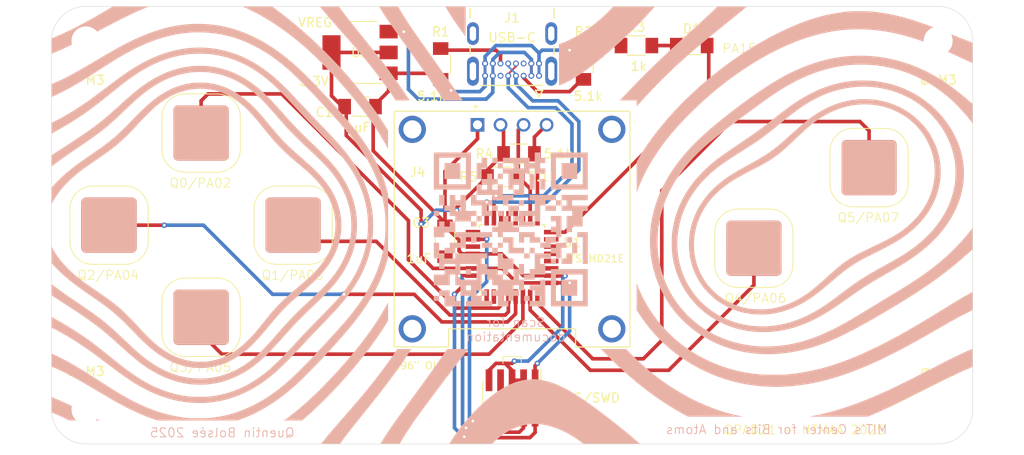
<source format=kicad_pcb>
(kicad_pcb
	(version 20241229)
	(generator "pcbnew")
	(generator_version "9.0")
	(general
		(thickness 1.6)
		(legacy_teardrops no)
	)
	(paper "A4")
	(layers
		(0 "F.Cu" signal)
		(2 "B.Cu" signal)
		(9 "F.Adhes" user "F.Adhesive")
		(11 "B.Adhes" user "B.Adhesive")
		(13 "F.Paste" user)
		(15 "B.Paste" user)
		(5 "F.SilkS" user "F.Silkscreen")
		(7 "B.SilkS" user "B.Silkscreen")
		(1 "F.Mask" user)
		(3 "B.Mask" user)
		(17 "Dwgs.User" user "User.Drawings")
		(19 "Cmts.User" user "User.Comments")
		(21 "Eco1.User" user "User.Eco1")
		(23 "Eco2.User" user "User.Eco2")
		(25 "Edge.Cuts" user)
		(27 "Margin" user)
		(31 "F.CrtYd" user "F.Courtyard")
		(29 "B.CrtYd" user "B.Courtyard")
		(35 "F.Fab" user)
		(33 "B.Fab" user)
		(39 "User.1" user)
		(41 "User.2" user)
		(43 "User.3" user)
		(45 "User.4" user)
	)
	(setup
		(pad_to_mask_clearance 0)
		(allow_soldermask_bridges_in_footprints no)
		(tenting front back)
		(pcbplotparams
			(layerselection 0x00000000_00000000_55555555_5755f5ff)
			(plot_on_all_layers_selection 0x00000000_00000000_00000000_00000000)
			(disableapertmacros no)
			(usegerberextensions no)
			(usegerberattributes yes)
			(usegerberadvancedattributes yes)
			(creategerberjobfile yes)
			(dashed_line_dash_ratio 12.000000)
			(dashed_line_gap_ratio 3.000000)
			(svgprecision 4)
			(plotframeref no)
			(mode 1)
			(useauxorigin no)
			(hpglpennumber 1)
			(hpglpenspeed 20)
			(hpglpendiameter 15.000000)
			(pdf_front_fp_property_popups yes)
			(pdf_back_fp_property_popups yes)
			(pdf_metadata yes)
			(pdf_single_document no)
			(dxfpolygonmode yes)
			(dxfimperialunits yes)
			(dxfusepcbnewfont yes)
			(psnegative no)
			(psa4output no)
			(plot_black_and_white yes)
			(plotinvisibletext no)
			(sketchpadsonfab no)
			(plotpadnumbers no)
			(hidednponfab no)
			(sketchdnponfab yes)
			(crossoutdnponfab yes)
			(subtractmaskfromsilk no)
			(outputformat 1)
			(mirror no)
			(drillshape 0)
			(scaleselection 1)
			(outputdirectory "gerber")
		)
	)
	(net 0 "")
	(net 1 "unconnected-(J1-SBU1-PadA8)")
	(net 2 "unconnected-(J1-SBU2-PadB8)")
	(net 3 "unconnected-(J1-SHIELD1-PadSH1)")
	(net 4 "unconnected-(J1-SHIELD3-PadSH3)")
	(net 5 "unconnected-(J1-SHIELD2-PadSH2)")
	(net 6 "unconnected-(J1-SHIELD4-PadSH4)")
	(net 7 "GND")
	(net 8 "+3.3V")
	(net 9 "+5V")
	(net 10 "Net-(U1-VDDCORE)")
	(net 11 "/DATA+")
	(net 12 "Net-(J1-CC2)")
	(net 13 "/DATA-")
	(net 14 "Net-(J1-CC1)")
	(net 15 "unconnected-(J2-Pin_8-Pad8)")
	(net 16 "/nRESET")
	(net 17 "/SWDIO")
	(net 18 "unconnected-(J2-Pin_6-Pad6)")
	(net 19 "/SWCLK")
	(net 20 "unconnected-(J2-Pin_7-Pad7)")
	(net 21 "/SDA")
	(net 22 "/SCL")
	(net 23 "/TOUCH2")
	(net 24 "unconnected-(U1-PA23-Pad22)")
	(net 25 "unconnected-(U1-PA14-Pad15)")
	(net 26 "unconnected-(U1-PA19-Pad20)")
	(net 27 "/TOUCH3")
	(net 28 "unconnected-(U1-PA27-Pad25)")
	(net 29 "unconnected-(U1-PA10-Pad13)")
	(net 30 "unconnected-(U1-PA01-Pad2)")
	(net 31 "unconnected-(U1-PA28-Pad27)")
	(net 32 "unconnected-(U1-PA11-Pad14)")
	(net 33 "/TOUCH4")
	(net 34 "unconnected-(U1-PA09-Pad12)")
	(net 35 "/TOUCH1")
	(net 36 "/TOUCH0")
	(net 37 "unconnected-(U1-PA22-Pad21)")
	(net 38 "unconnected-(U1-PA08-Pad11)")
	(net 39 "/TOUCH5")
	(net 40 "unconnected-(U1-PA18-Pad19)")
	(net 41 "/LED")
	(net 42 "unconnected-(U1-PA00-Pad1)")
	(net 43 "Net-(D1-K)")
	(footprint "footprints:MODULE_DM-OLED096-636" (layer "F.Cu") (at 139.7 93.14))
	(footprint "fab:PinHeader_2x05_P1.27mm_Vertical_SMD" (layer "F.Cu") (at 139.7 111.76 -90))
	(footprint "footprints:MOLEX_2137160001" (layer "F.Cu") (at 139.7 68.58 180))
	(footprint "fab:TQFP-32_7x7mm_P0.8mm" (layer "F.Cu") (at 139.7 96.266 90))
	(footprint "MountingHole:MountingHole_3.2mm_M3" (layer "F.Cu") (at 186.69 113.03))
	(footprint "fab:C_1206" (layer "F.Cu") (at 132.302 94.488 -90))
	(footprint "MountingHole:MountingHole_3.2mm_M3" (layer "F.Cu") (at 92.71 72.39))
	(footprint "fab:LED_1206" (layer "F.Cu") (at 159.512 72.898))
	(footprint "fab:R_1206" (layer "F.Cu") (at 140.462 84.836 180))
	(footprint "fab:R_1206" (layer "F.Cu") (at 131.826 74.93 -90))
	(footprint "fab:R_1206" (layer "F.Cu") (at 153.416 72.898))
	(footprint "MountingHole:MountingHole_3.2mm_M3" (layer "F.Cu") (at 186.69 72.39))
	(footprint "fab:SOT-223-3_TabPin2" (layer "F.Cu") (at 122.936 73.66 180))
	(footprint "MountingHole:MountingHole_3.2mm_M3" (layer "F.Cu") (at 92.71 113.03))
	(footprint "fab:C_1206" (layer "F.Cu") (at 122.936 79.629))
	(footprint "fab:R_1206" (layer "F.Cu") (at 147.574 74.93 90))
	(footprint "fab:R_1206" (layer "F.Cu") (at 138.684 87.376 180))
	(gr_rect
		(start 102.87 100.33)
		(end 107.95 105.41)
		(stroke
			(width 1)
			(type solid)
		)
		(fill yes)
		(layers "F.Cu" "F.Mask")
		(net 27)
		(uuid "099e1744-420e-411d-80b1-ba6c7348a549")
	)
	(gr_rect
		(start 176.53 83.82)
		(end 181.61 88.9)
		(stroke
			(width 1)
			(type solid)
		)
		(fill yes)
		(layers "F.Cu" "F.Mask")
		(net 39)
		(uuid "1c57cc5a-9f0f-4c3c-942f-b913c729d6f8")
	)
	(gr_rect
		(start 163.829999 92.709999)
		(end 168.909999 97.789999)
		(stroke
			(width 1)
			(type solid)
		)
		(fill yes)
		(layers "F.Cu" "F.Mask")
		(net 33)
		(uuid "47ef1163-4856-4207-a63a-265b98545e8a")
	)
	(gr_rect
		(start 113.011949 90.17)
		(end 118.091949 95.25)
		(stroke
			(width 1)
			(type solid)
		)
		(fill yes)
		(layers "F.Cu" "F.Mask")
		(net 35)
		(uuid "ba48a0d1-a837-429a-884e-ec1c3dcb0a3c")
	)
	(gr_rect
		(start 92.71 90.17)
		(end 97.79 95.25)
		(stroke
			(width 1)
			(type solid)
		)
		(fill yes)
		(layers "F.Cu" "F.Mask")
		(net 23)
		(uuid "c339f9b6-cf83-4ce4-a4ad-f771dba50afb")
	)
	(gr_rect
		(start 102.87 80.01)
		(end 107.95 85.09)
		(stroke
			(width 1)
			(type solid)
		)
		(fill yes)
		(layers "F.Cu" "F.Mask")
		(net 36)
		(uuid "dc7ce849-43b1-4baf-8a50-b67de3040811")
	)
	(gr_arc
		(start 107.188 98.552)
		(mid 108.984051 99.295949)
		(end 109.728 101.092)
		(stroke
			(width 0.1)
			(type default)
		)
		(layer "F.SilkS")
		(uuid "010b032e-a9b0-4ae5-944f-f0977cd83fbc")
	)
	(gr_arc
		(start 168.147999 90.931999)
		(mid 169.94405 91.675948)
		(end 170.687999 93.471999)
		(stroke
			(width 0.1)
			(type default)
		)
		(layer "F.SilkS")
		(uuid "01c2c569-bab4-4304-9bb4-87c87092a597")
	)
	(gr_arc
		(start 170.687999 97.027999)
		(mid 169.94405 98.82405)
		(end 168.147999 99.567999)
		(stroke
			(width 0.1)
			(type default)
		)
		(layer "F.SilkS")
		(uuid "048c3027-4b8a-4203-91b7-36e4951f695a")
	)
	(gr_arc
		(start 103.632 107.188)
		(mid 101.835949 106.444051)
		(end 101.092 104.648)
		(stroke
			(width 0.1)
			(type default)
		)
		(layer "F.SilkS")
		(uuid "0527451d-d0a1-4263-86c5-05619916dfe2")
	)
	(gr_line
		(start 183.388 84.582)
		(end 183.388 88.138)
		(stroke
			(width 0.1)
			(type default)
		)
		(layer "F.SilkS")
		(uuid "122f9286-78a6-4ef8-a620-b2550a96b3f1")
	)
	(gr_line
		(start 111.233949 94.488)
		(end 111.233949 90.932)
		(stroke
			(width 0.1)
			(type default)
		)
		(layer "F.SilkS")
		(uuid "12d933c6-52e4-4b6d-ae01-1fb00c356c25")
	)
	(gr_arc
		(start 90.931999 90.932001)
		(mid 91.675948 89.13595)
		(end 93.471999 88.392001)
		(stroke
			(width 0.1)
			(type default)
		)
		(layer "F.SilkS")
		(uuid "23d40d26-c144-468f-8775-25d5b747ecfb")
	)
	(gr_line
		(start 162.051999 97.027999)
		(end 162.051999 93.471999)
		(stroke
			(width 0.1)
			(type default)
		)
		(layer "F.SilkS")
		(uuid "274245d5-90b3-4534-bcca-549512d0b4e4")
	)
	(gr_line
		(start 97.027999 97.028001)
		(end 93.471999 97.028001)
		(stroke
			(width 0.1)
			(type default)
		)
		(layer "F.SilkS")
		(uuid "2a313935-3937-49d0-a75b-b19a6a9c8a33")
	)
	(gr_arc
		(start 109.728 104.648)
		(mid 108.984051 106.444051)
		(end 107.188 107.188)
		(stroke
			(width 0.1)
			(type default)
		)
		(layer "F.SilkS")
		(uuid "2c00416f-a075-41fd-9ccf-37714915abdb")
	)
	(gr_line
		(start 177.292 82.042)
		(end 180.848 82.042)
		(stroke
			(width 0.1)
			(type default)
		)
		(layer "F.SilkS")
		(uuid "361fb119-97a7-42e8-8801-2629817a125e")
	)
	(gr_line
		(start 164.591999 90.931999)
		(end 168.147999 90.931999)
		(stroke
			(width 0.1)
			(type default)
		)
		(layer "F.SilkS")
		(uuid "3c7d0771-a9f3-4484-9b7c-e85c3616d998")
	)
	(gr_arc
		(start 97.027999 88.392001)
		(mid 98.82405 89.13595)
		(end 99.567999 90.932001)
		(stroke
			(width 0.1)
			(type default)
		)
		(layer "F.SilkS")
		(uuid "3fd72996-e24f-4fb4-affa-916e212f9098")
	)
	(gr_line
		(start 99.567999 90.932001)
		(end 99.567999 94.488001)
		(stroke
			(width 0.1)
			(type default)
		)
		(layer "F.SilkS")
		(uuid "4018fd94-56b7-4b6d-a71f-9638618a17b6")
	)
	(gr_line
		(start 107.188 107.188)
		(end 103.632 107.188)
		(stroke
			(width 0.1)
			(type default)
		)
		(layer "F.SilkS")
		(uuid "4530026c-0ab6-4be6-a68c-684bfeaa6ffc")
	)
	(gr_line
		(start 101.092 104.648)
		(end 101.092 101.092)
		(stroke
			(width 0.1)
			(type default)
		)
		(layer "F.SilkS")
		(uuid "4f9d8f0a-2c00-4f88-a343-f75cc19c00c4")
	)
	(gr_line
		(start 103.632 78.232)
		(end 107.188 78.232)
		(stroke
			(width 0.1)
			(type default)
		)
		(layer "F.SilkS")
		(uuid "51fd2154-9e16-43c6-a784-3209ea0aaf15")
	)
	(gr_line
		(start 168.147999 99.567999)
		(end 164.591999 99.567999)
		(stroke
			(width 0.1)
			(type default)
		)
		(layer "F.SilkS")
		(uuid "5d04ae98-7c90-4023-adf8-167bb06ccf7b")
	)
	(gr_arc
		(start 99.567999 94.488001)
		(mid 98.82405 96.284052)
		(end 97.027999 97.028001)
		(stroke
			(width 0.1)
			(type default)
		)
		(layer "F.SilkS")
		(uuid "638fdedf-a036-4a3d-9b2d-d790199c398f")
	)
	(gr_arc
		(start 177.292 90.678)
		(mid 175.495949 89.934051)
		(end 174.752 88.138)
		(stroke
			(width 0.1)
			(type default)
		)
		(layer "F.SilkS")
		(uuid "6bf5dc2e-431e-4aa0-8346-ae6a538c3d8a")
	)
	(gr_arc
		(start 101.092 80.772)
		(mid 101.835949 78.975949)
		(end 103.632 78.232)
		(stroke
			(width 0.1)
			(type default)
		)
		(layer "F.SilkS")
		(uuid "6c251abd-8557-4dec-843f-94c2633830c8")
	)
	(gr_line
		(start 170.687999 93.471999)
		(end 170.687999 97.027999)
		(stroke
			(width 0.1)
			(type default)
		)
		(layer "F.SilkS")
		(uuid "6e2c5ef4-a71d-4d28-a469-84dfa22def32")
	)
	(gr_line
		(start 117.329949 97.028)
		(end 113.773949 97.028)
		(stroke
			(width 0.1)
			(type default)
		)
		(layer "F.SilkS")
		(uuid "6e6d0a05-97f5-4482-8b7b-2b3b863f93a3")
	)
	(gr_line
		(start 107.188 86.868)
		(end 103.632 86.868)
		(stroke
			(width 0.1)
			(type default)
		)
		(layer "F.SilkS")
		(uuid "717a5a9b-660d-4b8d-ba2a-0840d39ee9d0")
	)
	(gr_arc
		(start 111.233949 90.932)
		(mid 111.977898 89.135949)
		(end 113.773949 88.392)
		(stroke
			(width 0.1)
			(type default)
		)
		(layer "F.SilkS")
		(uuid "76936ed9-e6fa-4ca9-a484-7014c59054f0")
	)
	(gr_line
		(start 113.773949 88.392)
		(end 117.329949 88.392)
		(stroke
			(width 0.1)
			(type default)
		)
		(layer "F.SilkS")
		(uuid "77626858-6a35-40fa-808c-5177f7340bbb")
	)
	(gr_arc
		(start 93.471999 97.028001)
		(mid 91.675948 96.284052)
		(end 90.931999 94.488001)
		(stroke
			(width 0.1)
			(type default)
		)
		(layer "F.SilkS")
		(uuid "7a7f1d6c-3543-441c-bb96-7505055a5da7")
	)
	(gr_line
		(start 138.684 107.95)
		(end 138.684 107.188)
		(stroke
			(width 0.1)
			(type default)
		)
		(layer "F.SilkS")
		(uuid "7ec176ce-325e-4f44-bc8b-59795c9c3483")
	)
	(gr_line
		(start 109.728 101.092)
		(end 109.728 104.648)
		(stroke
			(width 0.1)
			(type default)
		)
		(layer "F.SilkS")
		(uuid "86e76a7a-dcb6-4736-9195-42c113dc8024")
	)
	(gr_arc
		(start 113.773949 97.028)
		(mid 111.977898 96.284051)
		(end 111.233949 94.488)
		(stroke
			(width 0.1)
			(type default)
		)
		(layer "F.SilkS")
		(uuid "89156512-0f3b-4259-9574-3e59636af495")
	)
	(gr_line
		(start 119.869949 90.932)
		(end 119.869949 94.488)
		(stroke
			(width 0.1)
			(type default)
		)
		(layer "F.SilkS")
		(uuid "92427397-7875-466e-9430-4ea6e6a5c7e1")
	)
	(gr_arc
		(start 117.329949 88.392)
		(mid 119.126 89.135949)
		(end 119.869949 90.932)
		(stroke
			(width 0.1)
			(type default)
		)
		(layer "F.SilkS")
		(uuid "94a9fd88-3145-43d0-a305-0c2eb510a5e8")
	)
	(gr_line
		(start 101.092 84.328)
		(end 101.092 80.772)
		(stroke
			(width 0.1)
			(type default)
		)
		(layer "F.SilkS")
		(uuid "9a266ae4-5416-4e31-aebd-60c6b60c64e7")
	)
	(gr_arc
		(start 103.632 86.868)
		(mid 101.835949 86.124051)
		(end 101.092 84.328)
		(stroke
			(width 0.1)
			(type default)
		)
		(layer "F.SilkS")
		(uuid "b1272414-6e6f-4b26-8076-2413bb986036")
	)
	(gr_arc
		(start 174.752 84.582)
		(mid 175.495949 82.785949)
		(end 177.292 82.042)
		(stroke
			(width 0.1)
			(type default)
		)
		(layer "F.SilkS")
		(uuid "b2cd6605-9a65-489a-814e-dfbc1301ca26")
	)
	(gr_arc
		(start 164.591999 99.567999)
		(mid 162.795948 98.82405)
		(end 162.051999 97.027999)
		(stroke
			(width 0.1)
			(type default)
		)
		(layer "F.SilkS")
		(uuid "b365c0c6-1efa-4fdb-bd4e-d93f8d7b5256")
	)
	(gr_arc
		(start 119.869949 94.488)
		(mid 119.126 96.284051)
		(end 117.329949 97.028)
		(stroke
			(width 0.1)
			(type default)
		)
		(layer "F.SilkS")
		(uuid "b52dd99d-9dee-4055-a67a-ad6043ebf15b")
	)
	(gr_line
		(start 180.848 90.678)
		(end 177.292 90.678)
		(stroke
			(width 0.1)
			(type default)
		)
		(layer "F.SilkS")
		(uuid "b7f4e0a8-3a06-4c6b-b3d7-1fb424072959")
	)
	(gr_line
		(start 138.684 107.188)
		(end 140.716 107.188)
		(stroke
			(width 0.1)
			(type default)
		)
		(layer "F.SilkS")
		(uuid "b984ca77-2381-4dcc-94a6-6e8f2cb2f596")
	)
	(gr_arc
		(start 101.092 101.092)
		(mid 101.835949 99.295949)
		(end 103.632 98.552)
		(stroke
			(width 0.1)
			(type default)
		)
		(layer "F.SilkS")
		(uuid "bb103162-5b3d-4748-8ff5-c61492fcd948")
	)
	(gr_arc
		(start 162.051999 93.471999)
		(mid 162.795948 91.675948)
		(end 164.591999 90.931999)
		(stroke
			(width 0.1)
			(type default)
		)
		(layer "F.SilkS")
		(uuid "c65a6623-0519-45a6-96b3-270b0a6abbbd")
	)
	(gr_line
		(start 109.728 80.772)
		(end 109.728 84.328)
		(stroke
			(width 0.1)
			(type default)
		)
		(layer "F.SilkS")
		(uuid "cbbef299-c577-46c6-9ec0-ea1f7d3fdb48")
	)
	(gr_arc
		(start 183.388 88.138)
		(mid 182.644051 89.934051)
		(end 180.848 90.678)
		(stroke
			(width 0.1)
			(type default)
		)
		(layer "F.SilkS")
		(uuid "d08553c5-429f-4173-b447-8d109a493915")
	)
	(gr_line
		(start 174.752 88.138)
		(end 174.752 84.582)
		(stroke
			(width 0.1)
			(type default)
		)
		(layer "F.SilkS")
		(uuid "d0b309bb-f6b7-427a-a90d-8fa9a0ca5ff6")
	)
	(gr_arc
		(start 109.728 84.328)
		(mid 108.984051 86.124051)
		(end 107.188 86.868)
		(stroke
			(width 0.1)
			(type default)
		)
		(layer "F.SilkS")
		(uuid "d9b96992-c198-4019-83f1-8da8ecf9083c")
	)
	(gr_arc
		(start 180.848 82.042)
		(mid 182.644051 82.785949)
		(end 183.388 84.582)
		(stroke
			(width 0.1)
			(type default)
		)
		(layer "F.SilkS")
		(uuid "dbc0da8c-a7a4-4ade-ad28-bf3f3c10c0ed")
	)
	(gr_line
		(start 93.471999 88.392001)
		(end 97.027999 88.392001)
		(stroke
			(width 0.1)
			(type default)
		)
		(layer "F.SilkS")
		(uuid "e1d33ae9-619d-40f4-84a0-b0b4ef6342bb")
	)
	(gr_line
		(start 140.716 107.188)
		(end 140.716 107.95)
		(stroke
			(width 0.1)
			(type default)
		)
		(layer "F.SilkS")
		(uuid "e3e18754-dc54-4220-8636-ac7c0e686602")
	)
	(gr_line
		(start 103.632 98.552)
		(end 107.188 98.552)
		(stroke
			(width 0.1)
			(type default)
		)
		(layer "F.SilkS")
		(uuid "e9018d3a-fcb1-4332-ad78-70134a7a54ac")
	)
	(gr_arc
		(start 107.188 78.232)
		(mid 108.984051 78.975949)
		(end 109.728 80.772)
		(stroke
			(width 0.1)
			(type default)
		)
		(layer "F.SilkS")
		(uuid "e97e375d-0808-42ed-b06a-df65c5bacd80")
	)
	(gr_line
		(start 90.931999 94.488001)
		(end 90.931999 90.932001)
		(stroke
			(width 0.1)
			(type default)
		)
		(layer "F.SilkS")
		(uuid "ea95f95a-f112-43c7-ad31-d4bbe4cee306")
	)
	(gr_poly
		(pts
			(xy 131.656519 100.193939) (xy 131.656519 100.499481) (xy 131.949328 100.499481) (xy 132.242136 100.499481)
			(xy 132.242136 101.085098) (xy 132.242136 101.670731) (xy 133.12057 101.670731) (xy 133.999003 101.670731)
			(xy 133.998995 101.365189) (xy 133.998995 101.059647) (xy 133.718912 101.059647) (xy 133.438845 101.059647)
			(xy 133.438845 100.779564) (xy 133.438845 100.499481) (xy 133.133295 100.499481) (xy 132.827753 100.499481)
			(xy 132.827753 100.193939) (xy 132.827753 99.888397) (xy 132.242136 99.888397) (xy 131.656519 99.888397)
		)
		(stroke
			(width -0.000001)
			(type solid)
		)
		(fill yes)
		(layer "B.SilkS")
		(uuid "00f3694f-2b18-4eaf-ae9a-9a1337d60622")
	)
	(gr_poly
		(pts
			(xy 145.151293 99.608315) (xy 145.151293 100.499481) (xy 146.016993 100.499481) (xy 146.8827 100.499481)
			(xy 146.8827 99.608315) (xy 146.8827 98.717156) (xy 146.016993 98.717156) (xy 145.151293 98.717156)
		)
		(stroke
			(width -0.000001)
			(type solid)
		)
		(fill yes)
		(layer "B.SilkS")
		(uuid "0236a1e8-d4c2-4f87-8049-bcb54f6daa6f")
	)
	(gr_poly
		(pts
			(xy 135.170245 92.580856) (xy 135.170245 92.860939) (xy 135.475787 92.860939) (xy 135.781336 92.860939)
			(xy 135.781336 92.580856) (xy 135.781336 92.300774) (xy 135.475787 92.300774) (xy 135.170245 92.300774)
		)
		(stroke
			(width -0.000001)
			(type solid)
		)
		(fill yes)
		(layer "B.SilkS")
		(uuid "064cbb72-ea3d-461d-b927-0fbba391b24b")
	)
	(gr_poly
		(pts
			(xy 177.280933 74.033277) (xy 176.60977 74.08112) (xy 175.940176 74.156991) (xy 175.27296 74.260883)
			(xy 174.940499 74.323335) (xy 174.608936 74.392792) (xy 174.278374 74.46925) (xy 173.948915 74.552712)
			(xy 173.620659 74.643174) (xy 173.293708 74.740638) (xy 172.968164 74.845102) (xy 172.644128 74.956565)
			(xy 172.187377 75.124764) (xy 171.735461 75.30306) (xy 171.286356 75.492627) (xy 170.838041 75.69464)
			(xy 170.388496 75.910273) (xy 169.935699 76.1407) (xy 169.477628 76.387095) (xy 169.012262 76.650634)
			(xy 168.051559 77.233838) (xy 167.037419 77.899706) (xy 165.953671 78.657633) (xy 164.784142 79.517013)
			(xy 163.586261 80.432131) (xy 163.032036 80.869094) (xy 162.506 81.293826) (xy 162.006934 81.707451)
			(xy 161.533624 82.111094) (xy 161.084853 82.505878) (xy 160.659404 82.892928) (xy 160.25606 83.273369)
			(xy 159.873605 83.648324) (xy 159.510822 84.018918) (xy 159.166496 84.386276) (xy 158.839409 84.751521)
			(xy 158.528344 85.115778) (xy 158.232086 85.480171) (xy 157.949418 85.845825) (xy 157.671209 86.225182)
			(xy 157.406246 86.607241) (xy 157.154519 86.992025) (xy 156.916017 87.37956) (xy 156.690731 87.769868)
			(xy 156.478649 88.162974) (xy 156.279763 88.558902) (xy 156.094062 88.957675) (xy 155.921535 89.359318)
			(xy 155.762173 89.763855) (xy 155.615966 90.171309) (xy 155.482904 90.581705) (xy 155.362975 90.995066)
			(xy 155.256171 91.411416) (xy 155.162481 91.83078) (xy 155.081895 92.253181) (xy 155.014275 92.69863)
			(xy 154.9625 93.165787) (xy 154.926739 93.647516) (xy 154.90716 94.136684) (xy 154.903931 94.626154)
			(xy 154.917223 95.108794) (xy 154.947204 95.577467) (xy 154.994042 96.025039) (xy 155.058025 96.465349)
			(xy 155.137304 96.901604) (xy 155.231747 97.333499) (xy 155.34122 97.76073) (xy 155.465587 98.182992)
			(xy 155.604715 98.59998) (xy 155.758471 99.01139) (xy 155.926719 99.416917) (xy 156.109327 99.816256)
			(xy 156.30616 100.209103) (xy 156.517083 100.595152) (xy 156.741964 100.974099) (xy 156.980667 101.345639)
			(xy 157.233059 101.709468) (xy 157.499007 102.065281) (xy 157.778374 102.412773) (xy 157.897215 102.550395)
			(xy 158.041397 102.709324) (xy 158.203649 102.882133) (xy 158.376703 103.061391) (xy 158.553288 103.23967)
			(xy 158.726133 103.409542) (xy 158.887969 103.563575) (xy 159.031525 103.694343) (xy 159.259388 103.89074)
			(xy 159.492445 104.081761) (xy 159.730555 104.267325) (xy 159.973581 104.447349) (xy 160.221381 104.621754)
			(xy 160.473818 104.790456) (xy 160.730751 104.953373) (xy 160.99204 105.110425) (xy 161.257548 105.26153)
			(xy 161.527134 105.406605) (xy 161.800658 105.545569) (xy 162.077982 105.678341) (xy 162.358965 105.804838)
			(xy 162.643469 105.924979) (xy 162.931355 106.038682) (xy 163.222482 106.145866) (xy 163.54292 106.254916)
			(xy 163.867344 106.35603) (xy 164.195518 106.449173) (xy 164.527206 106.534312) (xy 164.862175 106.611414)
			(xy 165.200188 106.680445) (xy 165.541011 106.741372) (xy 165.884409 106.79416) (xy 166.230146 106.838777)
			(xy 166.577986 106.875189) (xy 166.927696 106.903362) (xy 167.27904 106.923262) (xy 167.631783 106.934857)
			(xy 167.98569 106.938113) (xy 168.340525 106.932995) (xy 168.696053 106.919471) (xy 169.103557 106.893549)
			(xy 169.514088 106.856288) (xy 169.927488 106.807727) (xy 170.343599 106.747909) (xy 170.762261 106.676871)
			(xy 171.183315 106.594656) (xy 171.606603 106.501304) (xy 172.031965 106.396854) (xy 172.459243 106.281347)
			(xy 172.888277 106.154824) (xy 173.318909 106.017325) (xy 173.75098 105.868891) (xy 174.18433 105.709561)
			(xy 174.618802 105.539376) (xy 175.054235 105.358376) (xy 175.490472 105.166603) (xy 176.098176 104.881802)
			(xy 176.770591 104.546997) (xy 177.508066 104.161996) (xy 178.310952 103.726611) (xy 179.179598 103.24065)
			(xy 180.114355 102.703926) (xy 182.183602 101.477424) (xy 183.38836 100.73787) (xy 184.498075 100.028482)
			(xy 185.530695 99.336209) (xy 186.504168 98.647996) (xy 187.436441 97.950791) (xy 188.345462 97.231539)
			(xy 189.249179 96.477187) (xy 190.16554 95.674682) (xy 190.489037 95.384773) (xy 190.489037 94.192085)
			(xy 190.489037 92.99887) (xy 190.295251 93.248474) (xy 189.921603 93.714254) (xy 189.529051 94.176604)
			(xy 189.119678 94.633385) (xy 188.695567 95.082457) (xy 188.2588 95.521679) (xy 187.81146 95.948912)
			(xy 187.355629 96.362015) (xy 186.893391 96.75885) (xy 186.361836 97.193168) (xy 185.82865 97.607552)
			(xy 185.2706 98.017777) (xy 184.664454 98.439617) (xy 183.986979 98.888846) (xy 183.214942 99.381241)
			(xy 182.32511 99.932575) (xy 181.294251 100.558624) (xy 179.160531 101.853629) (xy 177.722879 102.725569)
			(xy 177.165088 103.057496) (xy 176.684994 103.337082) (xy 176.260353 103.577094) (xy 175.86892 103.790297)
			(xy 175.488449 103.989457) (xy 175.096696 104.187339) (xy 174.315344 104.559942) (xy 173.934154 104.729011)
			(xy 173.558047 104.88697) (xy 173.186091 105.034105) (xy 172.817354 105.170702) (xy 172.450907 105.297046)
			(xy 172.085817 105.413421) (xy 171.721154 105.520113) (xy 171.355985 105.617407) (xy 170.989381 105.705589)
			(xy 170.62041 105.784942) (xy 170.24814 105.855753) (xy 169.87164 105.918307) (xy 169.48998 105.972888)
			(xy 169.102227 106.019782) (xy 168.881125 106.039222) (xy 168.611291 106.055122) (xy 168.308535 106.067195)
			(xy 167.988667 106.075153) (xy 167.6675 106.078709) (xy 167.360843 106.077577) (xy 167.084506 106.071468)
			(xy 166.854302 106.060096) (xy 166.132032 105.990781) (xy 165.424724 105.88532) (xy 164.733381 105.744272)
			(xy 164.059006 105.568197) (xy 163.402602 105.357656) (xy 162.765169 105.113208) (xy 162.147711 104.835414)
			(xy 161.551231 104.524833) (xy 160.976731 104.182026) (xy 160.425212 103.807552) (xy 159.897678 103.401971)
			(xy 159.395132 102.965844) (xy 158.918574 102.49973) (xy 158.469008 102.00419) (xy 158.047437 101.479783)
			(xy 157.654862 100.92707) (xy 157.41756 100.555753) (xy 157.195606 100.176936) (xy 156.989089 99.79093)
			(xy 156.798098 99.398044) (xy 156.622721 98.99859) (xy 156.463048 98.592877) (xy 156.319167 98.181216)
			(xy 156.191168 97.763916) (xy 156.079138 97.341289) (xy 155.983167 96.913644) (xy 155.903343 96.481292)
			(xy 155.839757 96.044543) (xy 155.792495 95.603707) (xy 155.761648 95.159094) (xy 155.747303 94.711015)
			(xy 155.749551 94.25978) (xy 155.761558 93.908547) (xy 155.781174 93.574746) (xy 155.809135 93.252886)
			(xy 155.846179 92.937474) (xy 155.893042 92.623019) (xy 155.950463 92.30403) (xy 156.019178 91.975016)
			(xy 156.099923 91.630485) (xy 156.221326 91.172925) (xy 156.359428 90.720663) (xy 156.51431 90.273558)
			(xy 156.686056 89.83147) (xy 156.874747 89.394257) (xy 157.080468 88.961781) (xy 157.303299 88.533899)
			(xy 157.543325 88.110472) (xy 157.800628 87.691359) (xy 158.07529 87.276419) (xy 158.367394 86.865513)
			(xy 158.677023 86.458498) (xy 159.004259 86.055236) (xy 159.349185 85.655584) (xy 159.711884 85.259404)
			(xy 160.092438 84.866554) (xy 160.479114 84.486762) (xy 160.876832 84.11513) (xy 161.302947 83.737331)
			(xy 161.774812 83.339037) (xy 162.30978 82.905922) (xy 162.925207 82.423657) (xy 163.638446 81.877916)
			(xy 164.466851 81.254371) (xy 165.642729 80.37773) (xy 166.631209 79.648792) (xy 167.463917 79.045679)
			(xy 168.172477 78.546513) (xy 168.788517 78.129418) (xy 169.34366 77.772515) (xy 169.869532 77.453928)
			(xy 170.397759 77.151779) (xy 170.801631 76.932145) (xy 171.203397 76.725129) (xy 171.603602 76.530554)
			(xy 172.002794 76.348243) (xy 172.40152 76.17802) (xy 172.800326 76.019706) (xy 173.199759 75.873126)
			(xy 173.600366 75.738101) (xy 174.002695 75.614456) (xy 174.407291 75.502013) (xy 174.814702 75.400594)
			(xy 175.225475 75.310024) (xy 175.640156 75.230124) (xy 176.059292 75.160718) (xy 176.48343 75.101629)
			(xy 176.913117 75.05268) (xy 177.174022 75.032573) (xy 177.491566 75.018211) (xy 177.846869 75.009593)
			(xy 178.221051 75.006721) (xy 178.595233 75.009593) (xy 178.950536 75.018211) (xy 179.26808 75.032573)
			(xy 179.528985 75.05268) (xy 180.114299 75.122605) (xy 180.689716 75.212541) (xy 181.255484 75.322594)
			(xy 181.811847 75.452869) (xy 182.359052 75.603471) (xy 182.897344 75.774505) (xy 183.426971 75.966077)
			(xy 183.948178 76.178292) (xy 184.46121 76.411255) (xy 184.966315 76.665072) (xy 185.463738 76.939847)
			(xy 185.953725 77.235686) (xy 186.436522 77.552695) (xy 186.912375 77.890978) (xy 187.381531 78.250641)
			(xy 187.844235 78.63179) (xy 188.170304 78.92076) (xy 188.511166 79.242993) (xy 188.859039 79.590138)
			(xy 189.20614 79.953846) (xy 189.544686 80.325769) (xy 189.866892 80.697557) (xy 190.164977 81.060861)
			(xy 190.431157 81.407333) (xy 190.487485 81.483291) (xy 190.48697 80.40377) (xy 190.48697 79.324249)
			(xy 190.265794 79.132018) (xy 189.798224 78.7321) (xy 189.340332 78.353444) (xy 188.890886 77.995301)
			(xy 188.448656 77.656922) (xy 188.012412 77.337557) (xy 187.580924 77.036457) (xy 187.152961 76.752871)
			(xy 186.727292 76.486051) (xy 186.302688 76.235247) (xy 185.877919 75.999709) (xy 185.451753 75.778687)
			(xy 185.022961 75.571433) (xy 184.590312 75.377197) (xy 184.152575 75.195228) (xy 183.708522 75.024778)
			(xy 183.256921 74.865096) (xy 182.933486 74.759214) (xy 182.608497 74.660358) (xy 181.954267 74.483718)
			(xy 181.29505 74.335168) (xy 180.631665 74.214699) (xy 179.964933 74.122303) (xy 179.295673 74.057971)
			(xy 178.624706 74.021695) (xy 177.952851 74.013465)
		)
		(stroke
			(width -0.000001)
			(type solid)
		)
		(fill yes)
		(layer "B.SilkS")
		(uuid "0c849d19-4572-474e-8bc4-2acbf31fd7b9")
	)
	(gr_poly
		(pts
			(xy 131.070872 86.737366) (xy 131.070872 88.787033) (xy 133.120554 88.787033) (xy 135.170229 88.787033)
			(xy 135.170229 86.737366) (xy 134.610072 86.737366) (xy 134.610072 88.201416) (xy 133.133288 88.201416)
			(xy 131.656504 88.201416) (xy 131.656504 86.737366) (xy 131.656504 85.273308) (xy 133.133288 85.273308)
			(xy 134.610072 85.273308) (xy 134.610072 86.737366) (xy 135.170229 86.737366) (xy 135.170229 84.687683)
			(xy 133.120554 84.687683) (xy 131.070872 84.687683)
		)
		(stroke
			(width -0.000001)
			(type solid)
		)
		(fill yes)
		(layer "B.SilkS")
		(uuid "0f60e60c-a525-4570-b364-b6fb4c776b34")
	)
	(gr_poly
		(pts
			(xy 138.123843 94.923348) (xy 138.123843 95.203423) (xy 138.403918 95.203423) (xy 138.684 95.203423)
			(xy 138.684 94.92334) (xy 138.684 94.643265) (xy 138.403925 94.643265) (xy 138.123843 94.643265)
		)
		(stroke
			(width -0.000001)
			(type solid)
		)
		(fill yes)
		(layer "B.SilkS")
		(uuid "14b365bb-0d69-4bce-ad07-b02b2fb97bcb")
	)
	(gr_poly
		(pts
			(xy 153.431351 100.599441) (xy 153.430314 102.088241) (xy 153.757432 102.580711) (xy 154.086319 103.060183)
			(xy 154.428252 103.526356) (xy 154.783109 103.979121) (xy 155.150769 104.41837) (xy 155.531111 104.843996)
			(xy 155.924014 105.25589) (xy 156.329356 105.653945) (xy 156.747017 106.038052) (xy 157.176874 106.408104)
			(xy 157.618808 106.763992) (xy 158.072697 107.105609) (xy 158.538419 107.432847) (xy 159.015854 107.745598)
			(xy 159.504879 108.043754) (xy 160.005375 108.327206) (xy 160.51722 108.595848) (xy 161.149988 108.901249)
			(xy 161.783234 109.178631) (xy 162.419305 109.428761) (xy 163.060546 109.65241) (xy 163.709304 109.850346)
			(xy 164.367924 110.023339) (xy 165.038753 110.172156) (xy 165.724137 110.297569) (xy 166.146534 110.360719)
			(xy 166.590998 110.415446) (xy 167.049881 110.461231) (xy 167.515536 110.497554) (xy 167.980315 110.523897)
			(xy 168.436569 110.53974) (xy 168.876652 110.544564) (xy 169.292916 110.537849) (xy 169.979093 110.5053)
			(xy 170.666836 110.450648) (xy 171.35726 110.373576) (xy 172.051482 110.273767) (xy 172.75062 110.150904)
			(xy 173.45579 110.00467) (xy 174.16811 109.834748) (xy 174.888695 109.640821) (xy 175.618662 109.422571)
			(xy 176.359129 109.179682) (xy 177.111212 108.911835) (xy 177.876029 108.618715) (xy 178.654695 108.300005)
			(xy 179.448328 107.955386) (xy 180.258045 107.584542) (xy 181.084962 107.187156) (xy 182.164356 106.645576)
			(xy 183.234654 106.081327) (xy 184.444501 105.414089) (xy 185.942544 104.563545) (xy 187.567813 103.635028)
			(xy 188.147089 103.307157) (xy 188.611615 103.047634) (xy 188.992007 102.839526) (xy 189.318882 102.665901)
			(xy 189.622857 102.509827) (xy 189.934548 102.35437) (xy 190.485417 102.082549) (xy 190.48697 101.07331)
			(xy 190.486904 100.681267) (xy 190.485239 100.360196) (xy 190.482243 100.143244) (xy 190.48033 100.084171)
			(xy 190.479284 100.068799) (xy 190.478184 100.06356) (xy 190.435962 100.083933) (xy 190.332755 100.139478)
			(xy 190.002999 100.322636) (xy 189.60814 100.546142) (xy 189.267403 100.743102) (xy 188.877617 100.974969)
			(xy 188.409012 101.258455) (xy 186.996743 102.12545) (xy 185.930506 102.778906) (xy 184.96302 103.363018)
			(xy 184.076982 103.887652) (xy 183.255084 104.362673) (xy 182.480022 104.797949) (xy 181.734489 105.203346)
			(xy 181.001179 105.588729) (xy 180.262788 105.963966) (xy 178.864533 106.637154) (xy 178.191232 106.94075)
			(xy 177.532853 107.223072) (xy 176.887673 107.484663) (xy 176.25397 107.726067) (xy 175.630023 107.947827)
			(xy 175.014108 108.150485) (xy 174.404505 108.334586) (xy 173.799491 108.500673) (xy 173.197344 108.649288)
			(xy 172.596342 108.780976) (xy 171.994763 108.896279) (xy 171.390885 108.995741) (xy 170.782985 109.079905)
			(xy 170.169343 109.149314) (xy 169.868704 109.1707) (xy 169.473447 109.185958) (xy 169.015546 109.195087)
			(xy 168.526975 109.198087) (xy 168.039708 109.194958) (xy 167.585718 109.1857) (xy 167.196979 109.170313)
			(xy 166.905465 109.148796) (xy 166.479581 109.099951) (xy 166.065042 109.044642) (xy 165.660902 108.982599)
			(xy 165.266217 108.913554) (xy 164.880041 108.837237) (xy 164.501429 108.753379) (xy 164.129436 108.661711)
			(xy 163.763117 108.561965) (xy 163.401526 108.453871) (xy 163.043719 108.337161) (xy 162.68875 108.211564)
			(xy 162.335675 108.076813) (xy 161.983547 107.932638) (xy 161.631423 107.77877) (xy 161.278356 107.61494)
			(xy 160.923402 107.440879) (xy 160.302876 107.111242) (xy 159.701534 106.756758) (xy 159.119904 106.377998)
			(xy 158.558512 105.975533) (xy 158.017884 105.549931) (xy 157.498547 105.101764) (xy 157.001029 104.631602)
			(xy 156.525855 104.140014) (xy 156.073552 103.627571) (xy 155.644647 103.094844) (xy 155.239667 102.542401)
			(xy 154.859137 101.970814) (xy 154.503586 101.380653) (xy 154.173539 100.772488) (xy 153.869523 100.146888)
			(xy 153.592065 99.504424) (xy 153.432381 99.11116)
		)
		(stroke
			(width -0.000001)
			(type solid)
		)
		(fill yes)
		(layer "B.SilkS")
		(uuid "1f530c73-b1b7-4ee8-8b8c-eafe82f7aef9")
	)
	(gr_poly
		(pts
			(xy 111.635453 68.595191) (xy 110.009187 68.597259) (xy 110.161637 68.663925) (xy 110.305862 68.730094)
			(xy 110.506271 68.826393) (xy 111.005139 69.073876) (xy 111.517243 69.335362) (xy 111.901582 69.53984)
			(xy 112.538792 69.908196) (xy 113.182598 70.306737) (xy 113.829152 70.732704) (xy 114.474606 71.183338)
			(xy 115.115112 71.655878) (xy 115.746822 72.147565) (xy 116.365888 72.655641) (xy 116.968461 73.177345)
			(xy 117.47996 73.641743) (xy 117.999268 74.131344) (xy 119.051085 75.174436) (xy 120.10346 76.28318)
			(xy 121.135942 77.434136) (xy 122.12808 78.603863) (xy 123.059422 79.768922) (xy 123.909517 80.905871)
			(xy 124.297706 81.45648) (xy 124.657914 81.991271) (xy 124.837699 82.268949) (xy 125.019613 82.557308)
			(xy 125.200088 82.850347) (xy 125.375557 83.142063) (xy 125.542452 83.426453) (xy 125.697207 83.697515)
			(xy 125.836253 83.949246) (xy 125.956025 84.175643) (xy 126.021134 84.302764) (xy 126.022683 83.289901)
			(xy 126.02372 82.277046) (xy 125.814431 81.930809) (xy 125.525933 81.467179) (xy 125.204914 80.974593)
			(xy 124.856323 80.460003) (xy 124.485108 79.930361) (xy 124.096219 79.39262) (xy 123.694606 78.85373)
			(xy 123.285217 78.320645) (xy 122.873002 77.800315) (xy 122.410421 77.232488) (xy 121.958549 76.691813)
			(xy 121.510806 76.170968) (xy 121.060612 75.662627) (xy 120.601388 75.159465) (xy 120.126553 74.654158)
			(xy 119.629527 74.139381) (xy 119.10373 73.60781) (xy 118.455596 72.96963) (xy 117.816133 72.360931)
			(xy 117.176296 71.773891) (xy 116.527041 71.200685) (xy 115.859325 70.633491) (xy 115.164104 70.064486)
			(xy 114.432333 69.485845) (xy 113.654969 68.889747) (xy 113.26172 68.592613)
		)
		(stroke
			(width -0.000001)
			(type solid)
		)
		(fill yes)
		(layer "B.SilkS")
		(uuid "219fef76-5594-4407-b35e-a348b4ae8472")
	)
	(gr_poly
		(pts
			(xy 131.070887 91.409615) (xy 131.070887 91.689697) (xy 131.363696 91.689697) (xy 131.656519 91.689697)
			(xy 131.656519 91.409615) (xy 131.656519 91.129532) (xy 131.363696 91.129532) (xy 131.070887 91.129532)
		)
		(stroke
			(width -0.000001)
			(type solid)
		)
		(fill yes)
		(layer "B.SilkS")
		(uuid "2e58ebed-779d-4e0b-9dd8-110934c0e8fc")
	)
	(gr_poly
		(pts
			(xy 145.711459 94.337708) (xy 145.711459 94.64325) (xy 146.017001 94.64325) (xy 146.32255 94.64325)
			(xy 146.32255 95.228867) (xy 146.32255 95.814499) (xy 146.602625 95.814499) (xy 146.882708 95.814499)
			(xy 146.882708 95.228867) (xy 146.882708 94.64325) (xy 146.602625 94.64325) (xy 146.32255 94.64325)
			(xy 146.32255 94.337708) (xy 146.32255 94.032166) (xy 146.017001 94.032166) (xy 145.711459 94.032166)
		)
		(stroke
			(width -0.000001)
			(type solid)
		)
		(fill yes)
		(layer "B.SilkS")
		(uuid "32f74489-342f-4bbc-b67c-b6694e7f5d18")
	)
	(gr_poly
		(pts
			(xy 103.475468 99.814473) (xy 103.19227 99.817735) (xy 102.987018 99.822328) (xy 102.85346 99.828291)
			(xy 102.811611 99.831798) (xy 102.78534 99.835662) (xy 102.749993 99.844652) (xy 102.715698 99.856105)
			(xy 102.682557 99.869919) (xy 102.650669 99.885995) (xy 102.620135 99.904232) (xy 102.591057 99.924528)
			(xy 102.563534 99.946782) (xy 102.537667 99.970895) (xy 102.513557 99.996765) (xy 102.491304 100.024292)
			(xy 102.471009 100.053374) (xy 102.452772 100.08391) (xy 102.436694 100.115801) (xy 102.422876 100.148945)
			(xy 102.411418 100.183241) (xy 102.402421 100.218589) (xy 102.395052 100.286691) (xy 102.389106 100.420241)
			(xy 102.381301 100.908693) (xy 102.380723 102.946075) (xy 102.388978 105.537124) (xy 102.446336 105.644615)
			(xy 102.452757 105.655982) (xy 102.460075 105.667752) (xy 102.468205 105.679829) (xy 102.477063 105.692123)
			(xy 102.486567 105.704541) (xy 102.496631 105.716991) (xy 102.507172 105.729379) (xy 102.518105 105.741615)
			(xy 102.529348 105.753604) (xy 102.540816 105.765256) (xy 102.552425 105.776477) (xy 102.564091 105.787175)
			(xy 102.575731 105.797258) (xy 102.58726 105.806633) (xy 102.598594 105.815208) (xy 102.60965 105.822891)
			(xy 102.715058 105.892661) (xy 105.40947 105.898338) (xy 106.75639 105.899494) (xy 107.230919 105.898447)
			(xy 107.591679 105.896099) (xy 107.852812 105.892287) (xy 108.028456 105.886849) (xy 108.088639 105.88347)
			(xy 108.132753 105.879623) (xy 108.162564 105.875288) (xy 108.179841 105.870445) (xy 108.18036 105.870445)
			(xy 108.201032 105.860359) (xy 108.222001 105.848268) (xy 108.243095 105.834363) (xy 108.264136 105.818837)
			(xy 108.284952 105.801881) (xy 108.305367 105.783688) (xy 108.325208 105.764448) (xy 108.344298 105.744355)
			(xy 108.362464 105.723599) (xy 108.379532 105.702373) (xy 108.395326 105.680868) (xy 108.409671 105.659277)
			(xy 108.422395 105.63779) (xy 108.43332 105.616601) (xy 108.442275 105.595901) (xy 108.449082 105.575881)
			(xy 108.459866 105.368157) (xy 108.46645 104.836626) (xy 108.467179 102.81739) (xy 108.459412 100.148818)
			(xy 108.389649 100.042892) (xy 108.381978 100.031832) (xy 108.373423 100.020495) (xy 108.364074 100.008965)
			(xy 108.354024 99.997325) (xy 108.343363 99.98566) (xy 108.332183 99.974052) (xy 108.320574 99.962586)
			(xy 108.308629 99.951346) (xy 108.296438 99.940415) (xy 108.284092 99.929877) (xy 108.271683 99.919815)
			(xy 108.259302 99.910315) (xy 108.247041 99.901458) (xy 108.23499 99.89333) (xy 108.223241 99.886013)
			(xy 108.211884 99.879592) (xy 108.103883 99.822235) (xy 105.512818 99.813964) (xy 104.300724 99.811788)
		)
		(stroke
			(width -0.000001)
			(type solid)
		)
		(fill yes)
		(layer "B.SilkS")
		(uuid "3750406c-dc8c-488e-939d-0fd354bdcc55")
	)
	(gr_poly
		(pts
			(xy 141.925895 109.692971) (xy 141.863077 109.694597) (xy 141.799062 109.69731) (xy 141.733245 109.701106)
			(xy 141.665019 109.705983) (xy 141.593779 109.711936) (xy 141.439835 109.727058) (xy 141.180075 109.760225)
			(xy 140.921614 109.804528) (xy 140.664114 109.860122) (xy 140.407241 109.927164) (xy 140.150655 110.00581)
			(xy 139.894022 110.096217) (xy 139.637003 110.198539) (xy 139.379263 110.312934) (xy 139.120464 110.439558)
			(xy 138.86027 110.578567) (xy 138.598344 110.730117) (xy 138.334349 110.894364) (xy 138.067949 111.071464)
			(xy 137.798806 111.261575) (xy 137.526584 111.464851) (xy 137.250947 111.681449) (xy 137.028023 111.864499)
			(xy 136.803789 112.055787) (xy 136.353136 112.461243) (xy 135.902484 112.894143) (xy 135.455327 113.350812)
			(xy 135.015161 113.827577) (xy 134.585481 114.320762) (xy 134.169783 114.826694) (xy 133.771561 115.341697)
			(xy 133.659241 115.494751) (xy 133.532011 115.673329) (xy 133.396827 115.867183) (xy 133.260644 116.066068)
			(xy 133.130415 116.259736) (xy 133.013097 116.437942) (xy 132.915644 116.590438) (xy 132.84501 116.706977)
			(xy 132.775765 116.827384) (xy 135.130654 116.827384) (xy 137.486069 116.827384) (xy 137.75013 116.573142)
			(xy 137.925533 116.409174) (xy 138.104223 116.251964) (xy 138.286097 116.101571) (xy 138.471051 115.958054)
			(xy 138.658982 115.821474) (xy 138.849787 115.69189) (xy 139.043361 115.569361) (xy 139.239602 115.453947)
			(xy 139.438405 115.345707) (xy 139.639668 115.244702) (xy 139.843286 115.15099) (xy 140.049157 115.064632)
			(xy 140.257176 114.985686) (xy 140.46724 114.914213) (xy 140.679246 114.850272) (xy 140.89309 114.793922)
			(xy 141.081576 114.750647) (xy 141.267282 114.713833) (xy 141.450822 114.6835) (xy 141.632807 114.659664)
			(xy 141.813849 114.642344) (xy 141.994562 114.631557) (xy 142.175557 114.62732) (xy 142.357447 114.629653)
			(xy 142.540843 114.638573) (xy 142.726358 114.654097) (xy 142.914604 114.676244) (xy 143.106195 114.705031)
			(xy 143.301741 114.740477) (xy 143.501855 114.782598) (xy 143.707149 114.831413) (xy 143.918236 114.886939)
			(xy 144.121666 114.946304) (xy 144.328333 115.013341) (xy 144.537757 115.087803) (xy 144.749459 115.169445)
			(xy 144.962957 115.258021) (xy 145.177772 115.353286) (xy 145.393424 115.454992) (xy 145.609432 115.562894)
			(xy 145.825316 115.676747) (xy 146.040596 115.796303) (xy 146.254792 115.921317) (xy 146.467424 116.051544)
			(xy 146.678011 116.186736) (xy 146.886073 116.326649) (xy 147.09113 116.471036) (xy 147.292703 116.619651)
			(xy 147.568139 116.827384) (xy 150.693536 116.827384) (xy 153.818925 116.827384) (xy 153.69645 116.719398)
			(xy 153.139628 116.237841) (xy 152.506504 115.707725) (xy 151.818175 115.145733) (xy 151.095742 114.568551)
			(xy 150.360304 113.992864) (xy 149.632961 113.435355) (xy 148.934813 112.912709) (xy 148.286958 112.441612)
			(xy 147.833411 112.122378) (xy 147.397969 111.825713) (xy 146.979443 111.551056) (xy 146.576647 111.297845)
			(xy 146.18839 111.065517) (xy 145.813486 110.853512) (xy 145.450746 110.661266) (xy 145.098983 110.48822)
			(xy 144.757007 110.33381) (xy 144.423631 110.197474) (xy 144.097668 110.078652) (xy 143.777928 109.976782)
			(xy 143.463224 109.891301) (xy 143.152368 109.821647) (xy 142.844171 109.76726) (xy 142.537446 109.727577)
			(xy 142.383056 109.712342) (xy 142.311637 109.70631) (xy 142.243263 109.701349) (xy 142.177329 109.69747)
			(xy 142.113231 109.694684) (xy 142.050363 109.693002) (xy 141.988122 109.692436)
		)
		(stroke
			(width -0.000001)
			(type solid)
		)
		(fill yes)
		(layer "B.SilkS")
		(uuid "37ded23e-a075-4296-b6f4-91178a852d7b")
	)
	(gr_poly
		(pts
			(xy 138.683977 86.444534) (xy 138.684008 86.444534) (xy 138.684008 86.444527) (xy 138.683977 86.444527)
		)
		(stroke
			(width -0.000001)
			(type solid)
		)
		(fill yes)
		(layer "B.SilkS")
		(uuid "3e6197b0-3649-4b0c-a768-76ce82e6ff0d")
	)
	(gr_poly
		(pts
			(xy 104.836724 73.123124) (xy 104.562912 73.135316) (xy 104.288733 73.153953) (xy 104.014237 73.179045)
			(xy 103.739476 73.210598) (xy 103.464499 73.24862) (xy 103.189357 73.29312) (xy 102.914099 73.344103)
			(xy 102.638777 73.401579) (xy 102.363441 73.465554) (xy 102.08814 73.536037) (xy 101.812925 73.613035)
			(xy 101.537847 73.696555) (xy 101.262955 73.786605) (xy 100.92614 73.905318) (xy 100.593732 74.031412)
			(xy 100.264288 74.165715) (xy 99.936365 74.309053) (xy 99.60852 74.462255) (xy 99.279309 74.626146)
			(xy 98.94729 74.801555) (xy 98.611018 74.989308) (xy 98.269051 75.190232) (xy 97.919945 75.405156)
			(xy 97.194544 75.880307) (xy 96.42327 76.421378) (xy 95.594575 77.034988) (xy 94.275148 78.031206)
			(xy 93.799022 78.387249) (xy 93.410695 78.673892) (xy 93.084222 78.91012) (xy 92.793658 79.114917)
			(xy 92.513058 79.307265) (xy 92.216477 79.506149) (xy 91.839767 79.752971) (xy 91.456991 79.996169)
			(xy 91.071975 80.233495) (xy 90.688542 80.462699) (xy 90.310518 80.681534) (xy 89.941728 80.88775)
			(xy 89.585996 81.0791) (xy 89.247147 81.253333) (xy 88.914353 81.420249) (xy 88.914353 82.01815)
			(xy 88.914353 82.616042) (xy 89.085923 82.521469) (xy 89.982781 82.018113) (xy 90.790545 81.544706)
			(xy 91.538643 81.081184) (xy 92.256507 80.607482) (xy 92.973566 80.103537) (xy 93.71925 79.549283)
			(xy 94.52299 78.924657) (xy 95.414216 78.209594) (xy 95.88614 77.828031) (xy 96.299457 77.497478)
			(xy 96.664473 77.2101) (xy 96.991492 76.958064) (xy 97.290818 76.733538) (xy 97.572757 76.528686)
			(xy 97.847612 76.335676) (xy 98.125687 76.146675) (xy 98.49017 75.908412) (xy 98.851344 75.68417)
			(xy 99.20993 75.473666) (xy 99.566649 75.276617) (xy 99.922223 75.092738) (xy 100.277372 74.921748)
			(xy 100.632816 74.763364) (xy 100.989278 74.617301) (xy 101.347477 74.483278) (xy 101.708135 74.361011)
			(xy 102.071972 74.250217) (xy 102.439709 74.150613) (xy 102.812068 74.061916) (xy 103.189769 73.983843)
			(xy 103.573534 73.916111) (xy 103.964082 73.858436) (xy 104.192414 73.837075) (xy 104.495762 73.821845)
			(xy 104.849354 73.81274) (xy 105.228419 73.809758) (xy 105.608186 73.812892) (xy 105.963883 73.822139)
			(xy 106.270739 73.837495) (xy 106.503983 73.858955) (xy 106.964004 73.927474) (xy 107.415967 74.012271)
			(xy 107.860383 74.113591) (xy 108.297765 74.231679) (xy 108.728625 74.36678) (xy 109.153477 74.51914)
			(xy 109.572831 74.689002) (xy 109.987201 74.876613) (xy 110.397098 75.082217) (xy 110.803035 75.30606)
			(xy 111.205525 75.548386) (xy 111.605079 75.80944) (xy 112.002211 76.089468) (xy 112.397431 76.388715)
			(xy 112.791253 76.707425) (xy 113.18419 77.045844) (xy 113.400211 77.243325) (xy 113.653553 77.485109)
			(xy 113.938489 77.765376) (xy 114.249297 78.078307) (xy 114.580251 78.41808) (xy 114.925628 78.778877)
			(xy 115.279702 79.154876) (xy 115.63675 79.54026) (xy 116.398936 80.365716) (xy 117.032967 81.038903)
			(xy 117.708381 81.7374) (xy 118.594712 82.638786) (xy 119.126431 83.180297) (xy 119.580894 83.649985)
			(xy 119.97 84.061059) (xy 120.305649 84.42673) (xy 120.599739 84.760206) (xy 120.864171 85.074698)
			(xy 121.110843 85.383416) (xy 121.351655 85.699569) (xy 121.719944 86.216736) (xy 122.058713 86.740883)
			(xy 122.367866 87.271636) (xy 122.647305 87.808621) (xy 122.896934 88.351464) (xy 123.116655 88.899791)
			(xy 123.306372 89.453228) (xy 123.465987 90.011401) (xy 123.595404 90.573935) (xy 123.694526 91.140458)
			(xy 123.763256 91.710594) (xy 123.801497 92.283971) (xy 123.809151 92.860213) (xy 123.786123 93.438947)
			(xy 123.732315 94.019798) (xy 123.64763 94.602394) (xy 123.5904 94.907191) (xy 123.523325 95.212623)
			(xy 123.446548 95.518351) (xy 123.360213 95.824038) (xy 123.264462 96.129348) (xy 123.159438 96.433944)
			(xy 123.045285 96.737488) (xy 122.922146 97.039643) (xy 122.790163 97.340072) (xy 122.649481 97.638438)
			(xy 122.500241 97.934405) (xy 122.342588 98.227634) (xy 122.176664 98.517789) (xy 122.002613 98.804533)
			(xy 121.820577 99.087529) (xy 121.6307 99.366439) (xy 121.37295 99.72573) (xy 121.11024 100.07238)
			(xy 120.832189 100.418283) (xy 120.528414 100.775329) (xy 120.188535 101.155413) (xy 119.802167 101.570425)
			(xy 119.358931 102.03226) (xy 118.848443 102.55281) (xy 117.885101 103.530525) (xy 117.169304 104.267969)
			(xy 116.52891 104.944555) (xy 115.791779 105.7397) (xy 115.255924 106.316808) (xy 114.77186 106.82911)
			(xy 114.333249 107.282863) (xy 113.933757 107.684328) (xy 113.567047 108.039763) (xy 113.226783 108.355428)
			(xy 112.90663 108.63758) (xy 112.600251 108.892478) (xy 112.243898 109.171901) (xy 111.886993 109.435438)
			(xy 111.529064 109.683299) (xy 111.169636 109.915697) (xy 110.808238 110.132842) (xy 110.444396 110.334944)
			(xy 110.077638 110.522214) (xy 109.70749 110.694864) (xy 109.33348 110.853103) (xy 108.955134 110.997143)
			(xy 108.57198 111.127195) (xy 108.183545 111.243469) (xy 107.789356 111.346176) (xy 107.388941 111.435527)
			(xy 106.981825 111.511733) (xy 106.567536 111.575004) (xy 106.437211 111.591886) (xy 106.316695 111.605102)
			(xy 106.195893 111.61509) (xy 106.064711 111.622283) (xy 105.913055 111.62712) (xy 105.730831 111.630034)
			(xy 105.234299 111.631843) (xy 104.959493 111.631447) (xy 104.735907 111.629986) (xy 104.553151 111.627015)
			(xy 104.400834 111.622091) (xy 104.268564 111.614768) (xy 104.145949 111.604602) (xy 104.0226 111.59115)
			(xy 103.888123 111.573966) (xy 103.423738 111.503339) (xy 102.970995 111.417909) (xy 102.527257 111.316914)
			(xy 102.089888 111.199592) (xy 101.656253 111.065182) (xy 101.223713 110.91292) (xy 100.789635 110.742045)
			(xy 100.35138 110.551795) (xy 99.85249 110.313305) (xy 99.353609 110.049627) (xy 98.847945 109.756322)
			(xy 98.328702 109.428949) (xy 97.789087 109.063067) (xy 97.222307 108.654235) (xy 96.621566 108.198015)
			(xy 95.980073 107.689964) (xy 95.171567 107.039504) (xy 94.51043 106.511671) (xy 93.965605 106.082975)
			(xy 93.506036 105.729926) (xy 93.100665 105.42903) (xy 92.718438 105.156799) (xy 92.328297 104.88974)
			(xy 91.899186 104.604362) (xy 91.573965 104.393001) (xy 91.234009 104.177552) (xy 90.883813 103.960705)
			(xy 90.527873 103.745151) (xy 90.170683 103.533581) (xy 89.816738 103.328686) (xy 89.470534 103.133157)
			(xy 89.136567 102.949684) (xy 88.914353 102.829284) (xy 88.914353 103.426139) (xy 88.914353 104.022491)
			(xy 89.276612 104.20594) (xy 89.644766 104.396782) (xy 90.019654 104.59959) (xy 90.400535 104.813922)
			(xy 90.78667 105.039339) (xy 91.177316 105.275399) (xy 91.571735 105.521662) (xy 91.969186 105.777688)
			(xy 92.368928 106.043037) (xy 92.893722 106.403178) (xy 93.443562 106.796266) (xy 94.094288 107.277568)
			(xy 94.921738 107.902351) (xy 95.628865 108.435954) (xy 96.246525 108.893473) (xy 96.791655 109.286385)
			(xy 97.281197 109.626169) (xy 97.73209 109.924302) (xy 98.161272 110.192264) (xy 98.585683 110.441533)
			(xy 99.022263 110.683586) (xy 99.285991 110.822487) (xy 99.553404 110.956203) (xy 99.824027 111.084571)
			(xy 100.097384 111.207427) (xy 100.373001 111.324609) (xy 100.6504 111.435953) (xy 100.929108 111.541298)
			(xy 101.208647 111.640479) (xy 101.488544 111.733335) (xy 101.768322 111.819703) (xy 102.047505 111.899419)
			(xy 102.325618 111.97232) (xy 102.602186 112.038245) (xy 102.876733 112.09703) (xy 103.148784 112.148511)
			(xy 103.417863 112.192527) (xy 103.719832 112.232343) (xy 104.048713 112.26572) (xy 104.39418 112.292209)
			(xy 104.745908 112.311365) (xy 105.093571 112.322739) (xy 105.426846 112.325885) (xy 105.735406 112.320355)
			(xy 106.008927 112.305702) (xy 106.484501 112.260072) (xy 106.954992 112.196483) (xy 107.420486 112.114897)
			(xy 107.88107 112.01528) (xy 108.336834 111.897596) (xy 108.787864 111.761809) (xy 109.234247 111.607884)
			(xy 109.676072 111.435785) (xy 110.113426 111.245476) (xy 110.546396 111.036922) (xy 110.97507 110.810088)
			(xy 111.399536 110.564937) (xy 111.819882 110.301435) (xy 112.236194 110.019544) (xy 112.64856 109.719231)
			(xy 113.057069 109.400459) (xy 113.392353 109.122533) (xy 113.737112 108.821152) (xy 114.099318 108.488512)
			(xy 114.486947 108.116811) (xy 114.907972 107.698246) (xy 115.370369 107.225013) (xy 115.882111 106.689311)
			(xy 116.451173 106.083335) (xy 117.164622 105.320041) (xy 117.725384 104.72584) (xy 118.2897 104.136398)
			(xy 119.01381 103.387382) (xy 119.426441 102.959329) (xy 119.792141 102.575048) (xy 120.117425 102.227342)
			(xy 120.408806 101.909012) (xy 120.672799 101.61286) (xy 120.91592 101.331687) (xy 121.144682 101.058294)
			(xy 121.365601 100.785484) (xy 121.683957 100.374118) (xy 121.983962 99.961603) (xy 122.265762 99.547602)
			(xy 122.529501 99.131776) (xy 122.775324 98.713786) (xy 123.003379 98.293294) (xy 123.213808 97.869962)
			(xy 123.406759 97.443451) (xy 123.582376 97.013424) (xy 123.740804 96.579542) (xy 123.88219 96.141466)
			(xy 124.006677 95.698858) (xy 124.114412 95.25138) (xy 124.20554 94.798694) (xy 124.280206 94.34046)
			(xy 124.338555 93.876342) (xy 124.358206 93.640243) (xy 124.372236 93.359405) (xy 124.380649 93.048917)
			(xy 124.383447 92.723869) (xy 124.380634 92.399348) (xy 124.372213 92.090444) (xy 124.358185 91.812245)
			(xy 124.338555 91.579841) (xy 124.283265 91.141998) (xy 124.214046 90.71038) (xy 124.13073 90.28457)
			(xy 124.033146 89.864152) (xy 123.921125 89.448711) (xy 123.794498 89.037829) (xy 123.653094 88.631091)
			(xy 123.496745 88.22808) (xy 123.32528 87.828381) (xy 123.138531 87.431576) (xy 122.936327 87.037251)
			(xy 122.718499 86.644988) (xy 122.484877 86.254372) (xy 122.235292 85.864986) (xy 121.969574 85.476415)
			(xy 121.687554 85.088241) (xy 121.43576 84.758154) (xy 121.176698 84.433143) (xy 120.899478 84.100955)
			(xy 120.593207 83.749334) (xy 120.246996 83.366025) (xy 119.849953 82.938772) (xy 119.391189 82.455322)
			(xy 118.859811 81.903419) (xy 118.174914 81.1946) (xy 117.65864 80.654992) (xy 117.130843 80.094805)
			(xy 116.411378 79.324249) (xy 115.753761 78.624102) (xy 115.175297 78.020628) (xy 114.661386 77.499947)
			(xy 114.197427 77.04818) (xy 113.979616 76.843801) (xy 113.768818 76.651446) (xy 113.563208 76.46938)
			(xy 113.360959 76.295866) (xy 113.160248 76.129172) (xy 112.95925 75.96756) (xy 112.549088 75.652648)
			(xy 112.148315 75.364151) (xy 111.742437 75.092876) (xy 111.331688 74.838862) (xy 110.916303 74.602149)
			(xy 110.496518 74.382775) (xy 110.072565 74.180779) (xy 109.64468 73.996199) (xy 109.213097 73.829075)
			(xy 108.778051 73.679446) (xy 108.339777 73.54735) (xy 107.898508 73.432826) (xy 107.454479 73.335914)
			(xy 107.007925 73.256651) (xy 106.55908 73.195078) (xy 106.10818 73.151232) (xy 105.655457 73.125152)
			(xy 105.383047 73.11805) (xy 105.110119 73.117372)
		)
		(stroke
			(width -0.000001)
			(type solid)
		)
		(fill yes)
		(layer "B.SilkS")
		(uuid "44c188d8-cab4-4b33-b333-355161b4f47c")
	)
	(gr_poly
		(pts
			(xy 132.242121 86.737366) (xy 132.242121 87.615799) (xy 133.120554 87.615799) (xy 133.998988 87.615799)
			(xy 133.998988 86.737366) (xy 133.998988 85.858925) (xy 133.120554 85.858925) (xy 132.242121 85.858925)
		)
		(stroke
			(width -0.000001)
			(type solid)
		)
		(fill yes)
		(layer "B.SilkS")
		(uuid "4ad01adc-af8c-421c-a784-2ff0439e384c")
	)
	(gr_poly
		(pts
			(xy 94.910889 69.033927) (xy 94.02566 69.548928) (xy 93.213024 70.010563) (xy 92.46355 70.423731)
			(xy 91.767804 70.79333) (xy 91.116354 71.124259) (xy 90.499767 71.421416) (xy 89.90861 71.689701)
			(xy 89.333451 71.934013) (xy 88.952592 72.090072) (xy 88.933472 72.225463) (xy 88.929695 72.267206)
			(xy 88.926421 72.334397) (xy 88.921616 72.531168) (xy 88.919512 72.787866) (xy 88.920564 73.076576)
			(xy 88.927796 73.792808) (xy 89.409928 73.597473) (xy 89.837122 73.419691) (xy 90.28651 73.221735)
			(xy 90.768973 72.998247) (xy 91.295392 72.743868) (xy 91.876646 72.45324) (xy 92.523617 72.121003)
			(xy 94.058228 71.310272) (xy 94.926624 70.848908) (xy 95.728232 70.430312) (xy 96.466672 70.052703)
			(xy 97.145562 69.714301) (xy 97.768522 69.413324) (xy 98.339171 69.147994) (xy 98.861129 68.916528)
			(xy 99.338013 68.717147) (xy 99.613969 68.605529) (xy 97.638367 68.598815) (xy 95.662263 68.592613)
		)
		(stroke
			(width -0.000001)
			(type solid)
		)
		(fill yes)
		(layer "B.SilkS")
		(uuid "4b9e2ccb-0bde-4918-9207-5257bb13a5e8")
	)
	(gr_poly
		(pts
			(xy 138.684 94.643265) (xy 138.684008 94.643265) (xy 138.684008 94.643257) (xy 138.684 94.643257)
		)
		(stroke
			(width -0.000001)
			(type solid)
		)
		(fill yes)
		(layer "B.SilkS")
		(uuid "53ed24dd-8866-4cbd-bf16-9af1e523f167")
	)
	(gr_poly
		(pts
			(xy 144.540224 94.032181) (xy 144.54024 94.032181) (xy 144.54024 94.032166) (xy 144.540224 94.032166)
		)
		(stroke
			(width -0.000001)
			(type solid)
		)
		(fill yes)
		(layer "B.SilkS")
		(uuid "54f3f69e-19bc-4960-9e02-6bad7a0b90f1")
	)
	(gr_poly
		(pts
			(xy 142.197756 85.273293) (xy 142.197756 85.85891) (xy 141.917666 85.85891) (xy 141.637583 85.85891)
			(xy 141.637583 85.566101) (xy 141.637583 85.273293) (xy 140.160799 85.273293) (xy 138.684008 85.273293)
			(xy 138.684008 85.566101) (xy 138.684008 85.85891) (xy 138.403925 85.85891) (xy 138.123843 85.85891)
			(xy 138.123843 85.566101) (xy 138.123843 85.273293) (xy 137.818301 85.273293) (xy 137.512751 85.273293)
			(xy 137.512751 85.566101) (xy 137.512751 85.85891) (xy 137.818301 85.85891) (xy 138.123843 85.85891)
			(xy 138.123843 86.151718) (xy 138.123843 86.444527) (xy 138.403925 86.444527) (xy 138.683977 86.444527)
			(xy 138.683977 86.151726) (xy 138.683977 85.858917) (xy 139.269595 85.858917) (xy 139.855212 85.858917)
			(xy 139.855212 86.151726) (xy 139.855212 86.444534) (xy 139.269595 86.444534) (xy 138.684008 86.444534)
			(xy 138.684008 86.737351) (xy 138.684008 87.030159) (xy 138.403925 87.030159) (xy 138.123843 87.030159)
			(xy 138.123843 87.322968) (xy 138.123843 87.615776) (xy 137.818301 87.615776) (xy 137.512751 87.615776)
			(xy 137.512751 87.322968) (xy 137.512751 87.030159) (xy 137.232668 87.030159) (xy 136.952586 87.030159)
			(xy 136.952586 87.322968) (xy 136.952586 87.615776) (xy 136.647044 87.615776) (xy 136.341502 87.615776)
			(xy 136.341502 87.030159) (xy 136.341502 86.444527) (xy 136.647044 86.444527) (xy 136.952586 86.444527)
			(xy 136.952586 85.85891) (xy 136.952586 85.273293) (xy 136.647044 85.273293) (xy 136.341502 85.273293)
			(xy 136.341502 85.566101) (xy 136.341502 85.85891) (xy 136.061419 85.85891) (xy 135.781336 85.85891)
			(xy 135.781336 86.737351) (xy 135.781336 87.615784) (xy 136.061419 87.615784) (xy 136.341502 87.615784)
			(xy 136.341502 87.908592) (xy 136.341502 88.201401) (xy 136.061419 88.201401) (xy 135.781336 88.201401)
			(xy 135.781336 88.787018) (xy 135.781336 89.37265) (xy 135.475787 89.37265) (xy 135.170245 89.37265)
			(xy 135.170245 89.958267) (xy 135.170245 90.543884) (xy 135.755862 90.543884) (xy 136.341494 90.543884)
			(xy 136.341494 91.116776) (xy 136.341494 91.689674) (xy 136.061411 91.689674) (xy 135.781351 91.689674)
			(xy 135.781351 91.995209) (xy 135.781351 92.300751) (xy 136.061434 92.300751) (xy 136.341517 92.300751)
			(xy 136.341517 91.995209) (xy 136.341517 91.689667) (xy 136.927134 91.689667) (xy 137.512751 91.689667)
			(xy 137.512751 91.409584) (xy 137.512751 91.129532) (xy 137.818278 91.129532) (xy 138.12382 91.129532)
			(xy 138.12382 91.409615) (xy 138.12382 91.689697) (xy 138.403902 91.689697) (xy 138.683985 91.689697)
			(xy 138.683985 91.409615) (xy 138.683985 91.129532) (xy 138.403902 91.129532) (xy 138.12382 91.129532)
			(xy 138.12382 90.836708) (xy 138.12382 90.5439) (xy 137.818278 90.5439) (xy 137.512728 90.5439) (xy 137.512728 90.836708)
			(xy 137.512728 91.129501) (xy 137.232668 91.129501) (xy 136.952586 91.129501) (xy 136.952586 90.836678)
			(xy 136.952586 90.543869) (xy 137.232668 90.543869) (xy 137.512751 90.543869) (xy 137.512751 90.251061)
			(xy 137.512751 89.958252) (xy 136.647051 89.958252) (xy 135.781351 89.958252) (xy 135.781351 89.665444)
			(xy 135.781351 89.372635) (xy 136.647051 89.372635) (xy 137.512751 89.372635) (xy 137.512751 89.665444)
			(xy 137.512751 89.958252) (xy 138.098383 89.958252) (xy 138.684 89.958252) (xy 138.684 90.251061)
			(xy 138.684 90.543869) (xy 138.989542 90.543869) (xy 139.295084 90.543869) (xy 139.295084 91.11676)
			(xy 139.295084 91.689659) (xy 139.575167 91.689659) (xy 139.85525 91.689659) (xy 139.85525 91.409577)
			(xy 139.85525 91.129494) (xy 140.160799 91.129494) (xy 140.466341 91.129494) (xy 140.466341 91.409577)
			(xy 140.466341 91.689659) (xy 140.160799 91.689659) (xy 139.85525 91.689659) (xy 139.85525 91.995201)
			(xy 139.85525 92.300743) (xy 140.160799 92.300743) (xy 140.466341 92.300743) (xy 140.466341 92.580826)
			(xy 140.466341 92.860909) (xy 140.160799 92.860909) (xy 139.85525 92.860909) (xy 139.85525 92.580826)
			(xy 139.85525 92.300743) (xy 139.575167 92.300743) (xy 139.295084 92.300743) (xy 139.295084 91.995201)
			(xy 139.295084 91.689659) (xy 138.989542 91.689659) (xy 138.684 91.689659) (xy 138.684 91.995201)
			(xy 138.684 92.300743) (xy 138.403918 92.300743) (xy 138.123835 92.300743) (xy 138.123835 92.580826)
			(xy 138.123835 92.860909) (xy 137.818293 92.860909) (xy 137.512743 92.860909) (xy 137.512743 93.166451)
			(xy 137.512743 93.472) (xy 135.475802 93.472) (xy 133.438868 93.472) (xy 133.438868 92.886368) (xy 133.438868 92.300751)
			(xy 134.30456 92.300751) (xy 135.17026 92.300751) (xy 135.17026 91.995209) (xy 135.17026 91.689667)
			(xy 135.475802 91.689667) (xy 135.781329 91.689667) (xy 135.781329 91.409592) (xy 135.781329 91.129509)
			(xy 135.195696 91.129509) (xy 134.610079 91.129509) (xy 134.610079 90.836701) (xy 133.999003 90.836701)
			(xy 133.999003 91.129524) (xy 133.71892 91.129524) (xy 133.438853 91.129524) (xy 133.438853 90.836701)
			(xy 133.438853 90.543892) (xy 133.71892 90.543892) (xy 133.999003 90.543892) (xy 133.999003 90.836701)
			(xy 134.610079 90.836701) (xy 134.610079 90.251068) (xy 134.610079 89.372635) (xy 134.304537 89.372635)
			(xy 133.998995 89.372635) (xy 133.998995 89.665444) (xy 133.998995 89.958252) (xy 133.718912 89.958252)
			(xy 133.438845 89.958252) (xy 133.438845 89.665444) (xy 133.438845 89.372635) (xy 133.133295 89.372635)
			(xy 132.827753 89.372635) (xy 132.827753 89.958252) (xy 132.827753 90.543869) (xy 132.534945 90.543869)
			(xy 132.242136 90.543869) (xy 132.242136 89.958252) (xy 132.242136 89.372635) (xy 131.949328 89.372635)
			(xy 131.656519 89.372635) (xy 131.656519 89.958252) (xy 131.656519 90.543869) (xy 131.949328 90.543869)
			(xy 132.242136 90.543869) (xy 132.242136 90.836678) (xy 132.242136 91.129501) (xy 132.534945 91.129501)
			(xy 132.827753 91.129501) (xy 132.827753 91.409584) (xy 132.827753 91.689667) (xy 133.133295 91.689667)
			(xy 133.438845 91.689667) (xy 133.438845 91.995209) (xy 133.438845 92.300751) (xy 133.133295 92.300751)
			(xy 132.827753 92.300751) (xy 132.827753 92.580834) (xy 132.827753 92.860916) (xy 132.534945 92.860916)
			(xy 132.242136 92.860916) (xy 132.242136 92.580834) (xy 132.242136 92.300751) (xy 131.949328 92.300751)
			(xy 131.656519 92.300751) (xy 131.656519 92.580834) (xy 131.656519 92.860916) (xy 131.363696 92.860916)
			(xy 131.070887 92.860916) (xy 131.070887 93.446533) (xy 131.070887 94.032166) (xy 131.656519 94.032166)
			(xy 132.242136 94.032166) (xy 132.242136 93.752083) (xy 132.242136 93.472) (xy 132.840487 93.472)
			(xy 133.438845 93.472) (xy 133.438845 93.752083) (xy 133.438845 94.032166) (xy 133.718912 94.032166)
			(xy 133.998995 94.032166) (xy 133.998995 94.337708) (xy 133.998995 94.64325) (xy 133.413378 94.64325)
			(xy 132.827761 94.64325) (xy 132.827761 94.923332) (xy 132.827761 95.203415) (xy 132.534953 95.203415)
			(xy 132.242144 95.203415) (xy 132.242144 95.508965) (xy 132.242144 95.814507) (xy 131.949335 95.814507)
			(xy 131.656527 95.814507) (xy 131.656527 95.228874) (xy 131.656527 94.643257) (xy 131.363703 94.643257)
			(xy 131.070895 94.643257) (xy 131.070895 95.508965) (xy 131.070895 96.374664) (xy 131.363703 96.374664)
			(xy 131.656527 96.374664) (xy 131.656527 96.960281) (xy 131.656527 97.545899) (xy 131.949335 97.545899)
			(xy 132.242144 97.545899) (xy 132.242144 97.265831) (xy 132.242144 96.985748) (xy 132.840495 96.985748)
			(xy 133.438853 96.985748) (xy 133.438853 97.265831) (xy 133.438853 97.545914) (xy 132.840495 97.545914)
			(xy 132.242144 97.545914) (xy 132.242144 97.851448) (xy 132.242144 98.15699) (xy 131.656527 98.15699)
			(xy 131.070895 98.15699) (xy 131.070895 98.742607) (xy 131.070895 99.328224) (xy 131.949335 99.328224)
			(xy 132.827769 99.328224) (xy 132.827769 98.742607) (xy 132.827769 98.15699) (xy 133.133311 98.15699)
			(xy 133.43886 98.15699) (xy 133.43886 98.742607) (xy 133.43886 99.328224) (xy 133.718928 99.328224)
			(xy 133.99901 99.328224) (xy 133.99901 99.913857) (xy 133.99901 100.499474) (xy 134.584635 100.499474)
			(xy 135.170252 100.499474) (xy 135.170252 100.779556) (xy 135.170252 101.059639) (xy 134.89017 101.059639)
			(xy 134.610087 101.059639) (xy 134.610087 101.365181) (xy 134.610087 101.670731) (xy 136.061419 101.670731)
			(xy 137.512736 101.670731) (xy 137.512736 101.365181) (xy 137.512736 101.059639) (xy 136.927119 101.059639)
			(xy 136.341502 101.059639) (xy 136.341502 100.779556) (xy 136.341502 100.499497) (xy 136.061419 100.499497)
			(xy 135.781336 100.499497) (xy 135.781336 100.193955) (xy 135.781336 99.888413) (xy 136.061419 99.888413)
			(xy 136.341502 99.888413) (xy 136.341502 100.193955) (xy 136.341502 100.499474) (xy 136.647044 100.499474)
			(xy 136.952586 100.499474) (xy 136.952586 100.193932) (xy 136.952586 99.88839) (xy 136.647044 99.88839)
			(xy 136.341502 99.88839) (xy 136.341502 99.608322) (xy 135.170252 99.608322) (xy 135.170252 99.888413)
			(xy 134.89017 99.888413) (xy 134.610087 99.888413) (xy 134.610087 99.608322) (xy 134.610087 99.32824)
			(xy 134.89017 99.32824) (xy 135.170252 99.32824) (xy 135.170252 99.608322) (xy 136.341502 99.608322)
			(xy 136.341502 99.022682) (xy 136.341502 98.156983) (xy 136.647044 98.156983) (xy 136.952586 98.156983)
			(xy 136.952586 98.437065) (xy 136.952586 98.717148) (xy 137.232668 98.717148) (xy 137.512751 98.717148)
			(xy 137.512751 99.02269) (xy 137.512751 99.328232) (xy 137.818301 99.328232) (xy 138.123843 99.328232)
			(xy 138.123843 99.608315) (xy 138.123843 99.888405) (xy 137.818301 99.888405) (xy 137.512751 99.888405)
			(xy 137.512751 100.193947) (xy 137.512751 100.499489) (xy 137.818301 100.499489) (xy 138.123843 100.499489)
			(xy 138.123843 101.085106) (xy 138.123843 101.670738) (xy 138.70946 101.670738) (xy 139.295077 101.670738)
			(xy 139.295061 101.365189) (xy 139.295061 101.059654) (xy 138.989527 101.059654) (xy 138.683985 101.059654)
			(xy 138.683985 100.779572) (xy 138.683985 100.499489) (xy 138.989527 100.499489) (xy 139.295069 100.499489)
			(xy 139.295069 100.779572) (xy 139.295069 101.059647) (xy 139.575144 101.059647) (xy 139.855227 101.059647)
			(xy 139.855227 100.779564) (xy 139.855227 100.499481) (xy 140.160777 100.499481) (xy 140.466318 100.499481)
			(xy 140.466318 100.193939) (xy 140.466318 99.888413) (xy 140.160777 99.888413) (xy 139.855227 99.888413)
			(xy 139.855227 99.608322) (xy 139.855227 99.32824) (xy 140.160777 99.32824) (xy 140.466318 99.32824)
			(xy 140.466318 99.608322) (xy 140.466318 99.888397) (xy 140.746401 99.888397) (xy 141.026484 99.888397)
			(xy 141.026484 99.302765) (xy 141.026484 98.717148) (xy 140.746409 98.717148) (xy 140.466326 98.717148)
			(xy 140.466318 98.43708) (xy 140.466318 98.156998) (xy 140.746401 98.156998) (xy 141.026484 98.156998)
			(xy 141.026484 97.571381) (xy 141.026484 96.985748) (xy 140.746401 96.985748) (xy 140.466318 96.985748)
			(xy 140.466318 97.265831) (xy 140.466318 97.545914) (xy 140.160777 97.545914) (xy 139.855235 97.545914)
			(xy 139.855235 96.960297) (xy 139.855235 96.37468) (xy 139.269617 96.37468) (xy 138.684 96.37468)
			(xy 138.684 96.094597) (xy 138.684 95.814514) (xy 138.403918 95.814514) (xy 138.123835 95.814514)
			(xy 138.123835 95.508972) (xy 138.123835 95.20343) (xy 137.818301 95.20343) (xy 137.512751 95.20343)
			(xy 137.512751 94.923348) (xy 137.512751 94.643265) (xy 136.927134 94.643265) (xy 136.341517 94.643265)
			(xy 136.341517 94.923348) (xy 136.341517 95.20343) (xy 136.927134 95.20343) (xy 137.512751 95.20343)
			(xy 137.512751 95.50898) (xy 137.512751 95.814522) (xy 137.818301 95.814522) (xy 138.123843 95.814522)
			(xy 138.123843 96.680222) (xy 138.123843 97.545921) (xy 138.403925 97.545921) (xy 138.684008 97.545921)
			(xy 138.684008 97.851471) (xy 138.684008 98.157013) (xy 138.98955 98.157013) (xy 139.295092 98.157013)
			(xy 139.295069 97.851463) (xy 139.295069 97.545914) (xy 139.575152 97.545914) (xy 139.855227 97.545914)
			(xy 139.855227 98.131546) (xy 139.855227 98.717163) (xy 139.26961 98.717163) (xy 138.683993 98.717163)
			(xy 138.683993 98.43708) (xy 138.683993 98.156998) (xy 138.40391 98.156998) (xy 138.123827 98.156998)
			(xy 138.123827 97.851463) (xy 135.781329 97.851463) (xy 135.781329 98.717163) (xy 134.890162 98.717163)
			(xy 133.999003 98.717163) (xy 133.999003 97.851463) (xy 133.999003 96.985756) (xy 134.890162 96.985756)
			(xy 135.781329 96.985756) (xy 135.781329 97.851463) (xy 138.123827 97.851463) (xy 138.123827 97.851456)
			(xy 138.123827 97.545906) (xy 137.538195 97.545906) (xy 136.952578 97.545906) (xy 136.952578 97.265823)
			(xy 136.952578 96.985741) (xy 136.647036 96.985741) (xy 136.341494 96.985741) (xy 136.341494 96.680199)
			(xy 136.341494 96.374657) (xy 136.647036 96.374657) (xy 136.952578 96.374657) (xy 136.952578 96.094574)
			(xy 136.952578 95.814491) (xy 135.195712 95.814491) (xy 133.43886 95.814491) (xy 133.43886 96.094574)
			(xy 133.43886 96.374657) (xy 132.840502 96.374657) (xy 132.242152 96.374657) (xy 132.242152 96.094574)
			(xy 132.242152 95.814491) (xy 132.840502 95.814491) (xy 133.43886 95.814491) (xy 133.43886 95.508949)
			(xy 133.43886 95.2034) (xy 134.02447 95.2034) (xy 134.610094 95.2034) (xy 134.610094 94.617783) (xy 134.610094 94.032166)
			(xy 134.890177 94.032166) (xy 135.17026 94.032166) (xy 135.17026 94.337708) (xy 135.17026 94.64325)
			(xy 135.475802 94.64325) (xy 135.781351 94.64325) (xy 135.781351 94.337708) (xy 135.781351 94.032166)
			(xy 136.647051 94.032166) (xy 137.512751 94.032166) (xy 137.512751 93.752083) (xy 137.512751 93.472)
			(xy 137.818293 93.472) (xy 138.123835 93.472) (xy 138.123835 93.752083) (xy 138.123835 94.032166)
			(xy 138.403918 94.032166) (xy 138.684 94.032166) (xy 138.684 93.752083) (xy 138.684 93.472) (xy 139.575159 93.472)
			(xy 140.466326 93.472) (xy 140.466326 94.057617) (xy 140.466326 94.643234) (xy 140.746409 94.643234)
			(xy 141.026492 94.643234) (xy 141.026492 94.337692) (xy 141.026492 94.03215) (xy 141.332034 94.03215)
			(xy 141.637576 94.03215) (xy 141.637576 94.337692) (xy 141.637576 94.643234) (xy 142.223208 94.643234)
			(xy 142.808825 94.643234) (xy 142.808825 94.337723) (xy 142.808825 94.032181) (xy 142.503283 94.032181)
			(xy 142.197741 94.032181) (xy 142.197741 93.752098) (xy 142.197741 93.472015) (xy 141.332034 93.472015)
			(xy 140.466334 93.472015) (xy 140.466334 93.166466) (xy 140.466334 92.860924) (xy 141.332034 92.860924)
			(xy 142.197741 92.860924) (xy 142.197741 92.580841) (xy 142.197741 92.300758) (xy 142.503283 92.300758)
			(xy 142.808825 92.300758) (xy 142.808825 91.995224) (xy 142.197726 91.995224) (xy 142.197726 92.300766)
			(xy 141.612093 92.300766) (xy 141.026476 92.300766) (xy 141.026476 91.995224) (xy 141.026476 91.689682)
			(xy 141.612093 91.689682) (xy 142.197726 91.689682) (xy 142.197726 91.995224) (xy 142.808825 91.995224)
			(xy 142.808825 91.422325) (xy 142.808825 90.543884) (xy 143.088908 90.543884) (xy 143.36896 90.543884)
			(xy 143.36896 90.251083) (xy 143.36896 89.958275) (xy 143.954577 89.958275) (xy 144.540209 89.958275)
			(xy 144.540209 90.251083) (xy 144.540209 90.543892) (xy 143.954577 90.543892) (xy 143.36899 90.543892)
			(xy 143.36899 90.836693) (xy 143.36899 91.129517) (xy 143.954607 91.129517) (xy 144.54024 91.129517)
			(xy 144.54024 90.836693) (xy 144.54024 90.543884) (xy 144.845782 90.543884) (xy 145.151293 90.543884)
			(xy 145.151293 90.251083) (xy 145.151293 89.958275) (xy 145.431376 89.958275) (xy 145.711459 89.958275)
			(xy 145.711459 90.251083) (xy 145.711459 90.543892) (xy 145.431376 90.543892) (xy 145.151324 90.543892)
			(xy 145.151324 90.836693) (xy 145.151324 91.129517) (xy 145.736941 91.129517) (xy 146.322573 91.129517)
			(xy 146.322573 91.409599) (xy 146.322573 91.689682) (xy 146.017023 91.689682) (xy 145.711481 91.689682)
			(xy 145.711481 92.580841) (xy 145.711481 93.472008) (xy 146.017023 93.472008) (xy 146.322573 93.472008)
			(xy 146.322573 93.166458) (xy 146.322573 92.860916) (xy 146.90819 92.860916) (xy 147.493815 92.860916)
			(xy 147.493815 91.995216) (xy 147.493815 91.129517) (xy 147.773898 91.129517) (xy 148.05398 91.129517)
			(xy 148.05398 90.836693) (xy 148.05398 90.543884) (xy 147.18828 90.543884) (xy 146.322581 90.543884)
			(xy 146.322581 90.251076) (xy 146.322581 89.958267) (xy 147.18828 89.958267) (xy 148.05398 89.958267)
			(xy 148.05398 89.665459) (xy 148.05398 89.37265) (xy 146.602656 89.37265) (xy 145.151331 89.37265)
			(xy 145.151331 89.665459) (xy 145.151331 89.958267) (xy 144.845789 89.958267) (xy 144.540247 89.958267)
			(xy 144.540247 89.665459) (xy 144.540247 89.37265) (xy 143.088915 89.37265) (xy 141.637583 89.37265)
			(xy 141.637583 89.665459) (xy 141.637583 89.958267) (xy 141.917666 89.958267) (xy 142.197756 89.958267)
			(xy 142.197756 90.543884) (xy 142.197756 91.129517) (xy 141.332049 91.129517) (xy 140.466349 91.129517)
			(xy 140.466349 90.836693) (xy 140.466349 90.543884) (xy 140.746432 90.543884) (xy 141.026514 90.543884)
			(xy 141.026514 90.251076) (xy 141.026514 89.958267) (xy 140.746432 89.958267) (xy 140.466349 89.958267)
			(xy 140.466349 90.251076) (xy 140.466349 90.543884) (xy 139.880732 90.543884) (xy 139.2951 90.543884)
			(xy 139.2951 90.251076) (xy 139.2951 89.958267) (xy 139.575182 89.958267) (xy 139.855265 89.958267)
			(xy 139.855265 89.665459) (xy 139.855265 89.37265) (xy 140.440897 89.37265) (xy 141.026514 89.37265)
			(xy 141.026514 88.201424) (xy 140.466318 88.201424) (xy 140.466318 88.494232) (xy 140.466318 88.787041)
			(xy 140.160777 88.787041) (xy 139.855227 88.787041) (xy 139.855227 89.079865) (xy 139.855227 89.372673)
			(xy 139.26961 89.372673) (xy 138.683993 89.372673) (xy 138.683977 88.787026) (xy 138.683977 88.201408)
			(xy 138.403895 88.201408) (xy 138.123812 88.201408) (xy 138.123812 88.494217) (xy 138.123812 88.787026)
			(xy 137.81827 88.787026) (xy 137.51272 88.787026) (xy 137.51272 88.494217) (xy 136.95257 88.494217)
			(xy 136.95257 88.787026) (xy 136.647028 88.787026) (xy 136.341486 88.787026) (xy 136.341486 88.494217)
			(xy 136.341486 88.201408) (xy 136.647028 88.201408) (xy 136.95257 88.201408) (xy 136.95257 88.494217)
			(xy 137.51272 88.494217) (xy 137.51272 88.201408) (xy 137.81827 88.201408) (xy 138.123812 88.201408)
			(xy 138.123812 87.9086) (xy 138.123812 87.615791) (xy 138.403895 87.615791) (xy 138.683977 87.615791)
			(xy 138.683977 87.322983) (xy 138.683977 87.030174) (xy 138.989519 87.030174) (xy 139.295061 87.030174)
			(xy 139.295061 87.908608) (xy 139.295061 88.787041) (xy 139.575144 88.787041) (xy 139.855227 88.787041)
			(xy 139.855227 88.494232) (xy 139.855227 88.201424) (xy 140.160777 88.201424) (xy 140.466318 88.201424)
			(xy 141.026514 88.201424) (xy 141.026514 88.201401) (xy 141.026514 87.322975) (xy 140.466311 87.322975)
			(xy 140.466311 87.615784) (xy 140.160769 87.615784) (xy 139.855219 87.615784) (xy 139.855219 87.322975)
			(xy 139.855219 87.030167) (xy 140.160769 87.030167) (xy 140.466311 87.030167) (xy 140.466311 87.322975)
			(xy 141.026514 87.322975) (xy 141.026514 87.030159) (xy 141.332056 87.030159) (xy 141.637553 87.030159)
			(xy 141.637553 86.737358) (xy 141.637553 86.444534) (xy 141.917635 86.444534) (xy 142.197726 86.444534)
			(xy 142.197726 86.737358) (xy 142.197726 87.030167) (xy 141.917635 87.030167) (xy 141.637598 87.030167)
			(xy 141.637598 87.908592) (xy 141.637598 88.787026) (xy 141.917681 88.787026) (xy 142.197771 88.787026)
			(xy 142.197771 87.908592) (xy 142.197771 87.030159) (xy 142.783389 87.030159) (xy 143.369006 87.030159)
			(xy 143.369006 86.737351) (xy 143.369006 86.444527) (xy 143.088923 86.444527) (xy 142.80884 86.444527)
			(xy 142.80884 86.151726) (xy 141.026476 86.151726) (xy 141.026476 86.444534) (xy 140.746394 86.444534)
			(xy 140.466311 86.444534) (xy 140.466311 86.151726) (xy 140.466311 85.858917) (xy 140.746394 85.858917)
			(xy 141.026476 85.858917) (xy 141.026476 86.151726) (xy 142.80884 86.151726) (xy 142.80884 86.151718)
			(xy 142.80884 85.85891) (xy 143.088923 85.85891) (xy 143.369006 85.85891) (xy 143.369006 85.566101)
			(xy 143.369006 85.273293) (xy 143.088923 85.273293) (xy 142.80884 85.273293) (xy 142.80884 84.980484)
			(xy 142.80884 84.687676) (xy 142.503298 84.687676) (xy 142.197756 84.687676)
		)
		(stroke
			(width -0.000001)
			(type solid)
		)
		(fill yes)
		(layer "B.SilkS")
		(uuid "551b43eb-e611-4ef2-8155-7956f673a6ce")
	)
	(gr_poly
		(pts
			(xy 142.808787 88.201416) (xy 142.808787 88.787033) (xy 143.088869 88.787033) (xy 143.368952 88.787033)
			(xy 143.368952 88.201416) (xy 143.368952 87.615799) (xy 143.088869 87.615799) (xy 142.808787 87.615799)
		)
		(stroke
			(width -0.000001)
			(type solid)
		)
		(fill yes)
		(layer "B.SilkS")
		(uuid "5cc5610d-eee2-4d36-89e6-3af723a8c27e")
	)
	(gr_poly
		(pts
			(xy 150.128709 107.01197) (xy 150.696578 107.573364) (xy 151.260656 108.114435) (xy 151.821551 108.635665)
			(xy 152.37987 109.137535) (xy 152.936219 109.620525) (xy 153.491205 110.085117) (xy 154.045437 110.531793)
			(xy 154.599521 110.961032) (xy 155.154065 111.373317) (xy 155.709675 111.769128) (xy 156.266959 112.148947)
			(xy 156.826525 112.513254) (xy 157.388978 112.86253) (xy 157.954927 113.197258) (xy 158.524978 113.517917)
			(xy 159.09974 113.824989) (xy 165.175332 113.824989) (xy 164.491456 113.681466) (xy 163.80857 113.512769)
			(xy 163.127297 113.319154) (xy 162.448258 113.100873) (xy 161.772075 112.858181) (xy 161.099371 112.591333)
			(xy 160.430768 112.300581) (xy 159.766887 111.986181) (xy 159.108352 111.648385) (xy 158.455784 111.28745)
			(xy 157.809805 110.903627) (xy 157.171038 110.497172) (xy 156.540104 110.068339) (xy 155.917625 109.617381)
			(xy 155.304225 109.144552) (xy 154.700524 108.650108) (xy 154.487092 108.468115) (xy 154.278427 108.2862)
			(xy 154.071315 108.101404) (xy 153.862545 107.910766) (xy 153.648903 107.711324) (xy 153.427178 107.500118)
			(xy 153.194156 107.274187) (xy 152.946626 107.03057) (xy 152.272248 106.362403) (xy 150.876466 106.362403)
			(xy 149.481202 106.362403)
		)
		(stroke
			(width -0.000001)
			(type solid)
		)
		(fill yes)
		(layer "B.SilkS")
		(uuid "5f0f0ed7-d958-490d-aa3b-e76f0176c136")
	)
	(gr_poly
		(pts
			(xy 112.744416 89.757209) (xy 112.733358 89.764888) (xy 112.722022 89.773462) (xy 112.710493 89.782837)
			(xy 112.698855 89.792921) (xy 112.687191 89.803621) (xy 112.675584 89.814844) (xy 112.66412 89.826499)
			(xy 112.65288 89.838492) (xy 112.64195 89.85073) (xy 112.631413 89.863122) (xy 112.621353 89.875573)
			(xy 112.611853 89.887993) (xy 112.602997 89.900287) (xy 112.594869 89.912363) (xy 112.587553 89.92413)
			(xy 112.581132 89.935493) (xy 112.523255 90.042983) (xy 112.515504 92.63404) (xy 112.51333 93.846143)
			(xy 112.516013 94.671401) (xy 112.519273 94.954599) (xy 112.523866 95.159849) (xy 112.529829 95.293404)
			(xy 112.533337 95.33525) (xy 112.537202 95.361518) (xy 112.541135 95.378187) (xy 112.545704 95.394718)
			(xy 112.556689 95.427299) (xy 112.570024 95.459124) (xy 112.585579 95.490056) (xy 112.603224 95.519955)
			(xy 112.622829 95.548686) (xy 112.644262 95.576109) (xy 112.667393 95.602086) (xy 112.692092 95.626481)
			(xy 112.718228 95.649155) (xy 112.74567 95.66997) (xy 112.774287 95.688789) (xy 112.80395 95.705473)
			(xy 112.834528 95.719885) (xy 112.865889 95.731886) (xy 112.881823 95.73694) (xy 112.897904 95.74134)
			(xy 112.961106 95.74883) (xy 113.090188 95.755064) (xy 113.570315 95.764027) (xy 115.5887 95.76976)
			(xy 116.898669 95.767825) (xy 117.354209 95.765599) (xy 117.697602 95.762241) (xy 117.944458 95.757529)
			(xy 118.036563 95.754597) (xy 118.110388 95.751244) (xy 118.167885 95.747442) (xy 118.211005 95.743164)
			(xy 118.241698 95.738383) (xy 118.261918 95.73307) (xy 118.262955 95.73307) (xy 118.289064 95.72332)
			(xy 118.313683 95.713185) (xy 118.336895 95.702594) (xy 118.358787 95.691475) (xy 118.379442 95.679759)
			(xy 118.398945 95.667375) (xy 118.417381 95.654251) (xy 118.434834 95.640318) (xy 118.45139 95.625505)
			(xy 118.467131 95.609741) (xy 118.482145 95.592956) (xy 118.496514 95.575078) (xy 118.510323 95.556038)
			(xy 118.523658 95.535764) (xy 118.536602 95.514186) (xy 118.549241 95.491233) (xy 118.607636 95.380645)
			(xy 118.600907 92.684684) (xy 118.59369 89.988723) (xy 118.5327 89.899322) (xy 118.525999 89.889911)
			(xy 118.518581 89.880144) (xy 118.510522 89.870096) (xy 118.5019 89.859845) (xy 118.49279 89.849468)
			(xy 118.48327 89.839041) (xy 118.473415 89.828641) (xy 118.463303 89.818346) (xy 118.45301 89.80823)
			(xy 118.442613 89.798373) (xy 118.432188 89.78885) (xy 118.421811 89.779738) (xy 118.41156 89.771114)
			(xy 118.401511 89.763055) (xy 118.391741 89.755638) (xy 118.382325 89.748939) (xy 118.292924 89.687454)
			(xy 115.571137 89.687454) (xy 112.849839 89.687454)
		)
		(stroke
			(width -0.000001)
			(type solid)
		)
		(fill yes)
		(layer "B.SilkS")
		(uuid "624d9cfa-d8e7-4416-a09c-1082814ae7d6")
	)
	(gr_poly
		(pts
			(xy 88.919385 111.728355) (xy 88.916045 111.880985) (xy 88.914819 112.357972) (xy 88.920081 112.873163)
			(xy 88.924852 113.073548) (xy 88.930894 113.197639) (xy 88.947434 113.385749) (xy 89.229066 113.497886)
			(xy 89.413441 113.573076) (xy 89.605412 113.654834) (xy 89.804345 113.742634) (xy 90.009602 113.835952)
			(xy 90.436549 114.03704) (xy 90.881165 114.253898) (xy 94.206544 114.253898) (xy 92.897809 113.552647)
			(xy 91.909615 113.034294) (xy 91.501062 112.825958) (xy 91.131054 112.642054) (xy 90.785727 112.475482)
			(xy 90.451218 112.319145) (xy 90.046851 112.139349) (xy 89.549079 111.925317) (xy 89.120746 111.746193)
			(xy 88.983509 111.691328) (xy 88.924699 111.671119)
		)
		(stroke
			(width -0.000001)
			(type solid)
		)
		(fill yes)
		(layer "B.SilkS")
		(uuid "6287fa59-ecde-418e-bb3a-d97bd607d3a7")
	)
	(gr_poly
		(pts
			(xy 178.349251 78.807941) (xy 178.216547 78.809284) (xy 178.091769 78.811888) (xy 177.977012 78.815791)
			(xy 177.87437 78.82103) (xy 177.785935 78.827644) (xy 177.418958 78.867936) (xy 177.05543 78.921967)
			(xy 176.69517 78.989812) (xy 176.337996 79.071548) (xy 175.983728 79.16725) (xy 175.632183 79.276994)
			(xy 175.28318 79.400855) (xy 174.936538 79.53891) (xy 174.592074 79.691235) (xy 174.249607 79.857905)
			(xy 173.908957 80.038996) (xy 173.56994 80.234584) (xy 173.232377 80.444744) (xy 172.896084 80.669554)
			(xy 172.560881 80.909087) (xy 172.226586 81.163421) (xy 172.04979 81.303734) (xy 171.871488 81.44896)
			(xy 171.686148 81.603883) (xy 171.488239 81.773292) (xy 171.032588 82.174706) (xy 170.460282 82.69149)
			(xy 169.78544 83.299726) (xy 169.210123 83.799729) (xy 168.94609 84.018764) (xy 168.690503 84.222286)
			(xy 168.437885 84.414144) (xy 168.182755 84.598186) (xy 167.919637 84.77826) (xy 167.643051 84.958216)
			(xy 167.347519 85.1419) (xy 167.027563 85.333163) (xy 166.292465 85.753815) (xy 165.393929 86.250961)
			(xy 165.01371 86.461832) (xy 164.664301 86.660613) (xy 164.342599 86.84923) (xy 164.045502 87.029605)
			(xy 163.769905 87.203665) (xy 163.512708 87.373334) (xy 163.270808 87.540537) (xy 163.0411 87.707199)
			(xy 162.645511 88.014386) (xy 162.270568 88.332251) (xy 161.916398 88.660591) (xy 161.583127 88.999201)
			(xy 161.270882 89.347878) (xy 160.979787 89.706418) (xy 160.70997 90.074618) (xy 160.461557 90.452275)
			(xy 160.234674 90.839184) (xy 160.029447 91.235142) (xy 159.846003 91.639946) (xy 159.684467 92.053391)
			(xy 159.544966 92.475275) (xy 159.427626 92.905393) (xy 159.332573 93.343543) (xy 159.259934 93.78952)
			(xy 159.25161 93.858582) (xy 159.24323 93.943081) (xy 159.227221 94.145229) (xy 159.213744 94.369641)
			(xy 159.204636 94.589996) (xy 159.201488 94.937397) (xy 159.212956 95.281969) (xy 159.238944 95.62341)
			(xy 159.279351 95.96142) (xy 159.334079 96.295697) (xy 159.403031 96.625941) (xy 159.486106 96.951851)
			(xy 159.583208 97.273125) (xy 159.694237 97.589463) (xy 159.819094 97.900564) (xy 159.957681 98.206127)
			(xy 160.1099 98.50585) (xy 160.275652 98.799434) (xy 160.454838 99.086576) (xy 160.64736 99.366977)
			(xy 160.85312 99.640334) (xy 160.912199 99.713026) (xy 160.979759 99.791994) (xy 161.13597 99.96451)
			(xy 161.313053 100.149384) (xy 161.502308 100.338118) (xy 161.695034 100.522214) (xy 161.882531 100.693173)
			(xy 162.0561 100.842499) (xy 162.134942 100.906393) (xy 162.20704 100.961692) (xy 162.427187 101.119653)
			(xy 162.65006 101.269335) (xy 162.875746 101.410772) (xy 163.104332 101.543999) (xy 163.335904 101.669051)
			(xy 163.570548 101.785963) (xy 163.808351 101.894771) (xy 164.049399 101.995509) (xy 164.293779 102.088211)
			(xy 164.541578 102.172914) (xy 164.792881 102.249652) (xy 165.047776 102.31846) (xy 165.306348 102.379373)
			(xy 165.568685 102.432425) (xy 165.834872 102.477653) (xy 166.104996 102.51509) (xy 166.247417 102.528964)
			(xy 166.431042 102.541421) (xy 166.641914 102.552028) (xy 166.866077 102.56035) (xy 167.089577 102.565953)
			(xy 167.298456 102.568404) (xy 167.47876 102.567268) (xy 167.616532 102.56211) (xy 167.962357 102.532994)
			(xy 168.306461 102.490919) (xy 168.648875 102.435872) (xy 168.989632 102.367841) (xy 169.328765 102.286812)
			(xy 169.666307 102.192771) (xy 170.002291 102.085706) (xy 170.33675 101.965602) (xy 170.669715 101.832448)
			(xy 171.001221 101.686229) (xy 171.331299 101.526932) (xy 171.659983 101.354543) (xy 171.987304 101.169051)
			(xy 172.313297 100.97044) (xy 172.637994 100.758699) (xy 172.961427 100.533813) (xy 173.149538 100.396893)
			(xy 173.339483 100.25427) (xy 173.536611 100.101642) (xy 173.746267 99.934704) (xy 173.973799 99.749153)
			(xy 174.224555 99.540684) (xy 174.817124 99.03778) (xy 175.248084 98.67001) (xy 175.613538 98.361791)
			(xy 175.926274 98.103017) (xy 176.199077 97.88358) (xy 176.444735 97.693372) (xy 176.676033 97.522288)
			(xy 176.905759 97.360219) (xy 177.146699 97.197059) (xy 177.407545 97.025598) (xy 177.653156 96.870446)
			(xy 177.90391 96.72039) (xy 178.180186 96.564213) (xy 178.502362 96.390702) (xy 178.890817 96.188642)
			(xy 179.948075 95.654014) (xy 180.52761 95.361476) (xy 181.022302 95.106765) (xy 181.445921 94.882077)
			(xy 181.81224 94.679605) (xy 182.135029 94.491543) (xy 182.42806 94.310086) (xy 182.705104 94.127427)
			(xy 182.979932 93.93576) (xy 183.224123 93.755792) (xy 183.468067 93.565095) (xy 183.709853 93.36537)
			(xy 183.947574 93.15832) (xy 184.179319 92.945646) (xy 184.403181 92.72905) (xy 184.617249 92.510235)
			(xy 184.819615 92.290901) (xy 184.929165 92.164571) (xy 185.045624 92.0233) (xy 185.16588 91.871252)
			(xy 185.28682 91.712592) (xy 185.405331 91.551483) (xy 185.518301 91.392091) (xy 185.622618 91.23858)
			(xy 185.715169 91.095115) (xy 185.803976 90.945568) (xy 185.904957 90.763225) (xy 186.012628 90.559123)
			(xy 186.121501 90.344302) (xy 186.226092 90.129797) (xy 186.320914 89.926647) (xy 186.400482 89.74589)
			(xy 186.459309 89.598564) (xy 186.578388 89.252904) (xy 186.681826 88.906914) (xy 186.769621 88.560722)
			(xy 186.841771 88.214455) (xy 186.898276 87.86824) (xy 186.939133 87.522204) (xy 186.96434 87.176474)
			(xy 186.973616 86.841302) (xy 186.294422 86.841302) (xy 186.293138 87.085063) (xy 186.286721 87.299156)
			(xy 186.274823 87.467941) (xy 186.233512 87.79619) (xy 186.178786 88.120265) (xy 186.110706 88.440036)
			(xy 186.029331 88.755378) (xy 185.934722 89.066164) (xy 185.826939 89.372266) (xy 185.706042 89.673558)
			(xy 185.572091 89.969913) (xy 185.425146 90.261203) (xy 185.265267 90.547302) (xy 185.092515 90.828082)
			(xy 184.906949 91.103418) (xy 184.708629 91.37318) (xy 184.497617 91.637244) (xy 184.27397 91.895481)
			(xy 184.037751 92.147766) (xy 183.829027 92.357497) (xy 183.62001 92.557334) (xy 183.408575 92.748642)
			(xy 183.192598 92.932787) (xy 182.969957 93.111134) (xy 182.738528 93.285049) (xy 182.496186 93.455898)
			(xy 182.24081 93.625046) (xy 181.970274 93.79386) (xy 181.682455 93.963705) (xy 181.37523 94.135947)
			(xy 181.046476 94.311951) (xy 180.315883 94.68071) (xy 179.473687 95.080909) (xy 178.88446 95.358219)
			(xy 178.368365 95.609795) (xy 177.913989 95.842053) (xy 177.50992 96.06141) (xy 177.323184 96.168257)
			(xy 177.144745 96.274284) (xy 176.973177 96.380294) (xy 176.807053 96.487091) (xy 176.644946 96.595474)
			(xy 176.48543 96.706247) (xy 176.168465 96.938171) (xy 176.004268 97.063842) (xy 175.843046 97.191236)
			(xy 175.676112 97.327792) (xy 175.494782 97.480949) (xy 175.290369 97.658145) (xy 175.054188 97.86682)
			(xy 174.451775 98.408363) (xy 174.029754 98.787766) (xy 173.656776 99.117475) (xy 173.325015 99.403904)
			(xy 173.026646 99.653467) (xy 172.753844 99.872577) (xy 172.498782 100.06765) (xy 172.253634 100.245099)
			(xy 172.010575 100.411338) (xy 171.773666 100.564281) (xy 171.532943 100.710459) (xy 171.288892 100.849684)
			(xy 171.042003 100.981767) (xy 170.792764 101.106522) (xy 170.541662 101.223762) (xy 170.289186 101.333297)
			(xy 170.035825 101.434941) (xy 169.782065 101.528506) (xy 169.528396 101.613804) (xy 169.275306 101.690647)
			(xy 169.023283 101.758849) (xy 168.772815 101.818221) (xy 168.52439 101.868575) (xy 168.278496 101.909725)
			(xy 168.035622 101.941482) (xy 167.842925 101.963533) (xy 167.766925 101.972561) (xy 167.718331 101.978683)
			(xy 167.688749 101.980702) (xy 167.633559 101.982261) (xy 167.459109 101.983987) (xy 167.220483 101.983839)
			(xy 166.943185 101.981796) (xy 166.748038 101.979202) (xy 166.581398 101.975721) (xy 166.438111 101.971052)
			(xy 166.313022 101.96489) (xy 166.200978 101.956933) (xy 166.096824 101.946879) (xy 165.995407 101.934424)
			(xy 165.891572 101.919265) (xy 165.664123 101.880441) (xy 165.438668 101.835048) (xy 165.215353 101.783145)
			(xy 164.994328 101.724796) (xy 164.77574 101.660061) (xy 164.559736 101.589003) (xy 164.346466 101.511682)
			(xy 164.136078 101.42816) (xy 163.928718 101.338499) (xy 163.724536 101.242761) (xy 163.52368 101.141007)
			(xy 163.326297 101.033298) (xy 163.132536 100.919697) (xy 162.942545 100.800264) (xy 162.756471 100.675061)
			(xy 162.574464 100.544151) (xy 162.498507 100.485696) (xy 162.416 100.418566) (xy 162.235866 100.262756)
			(xy 162.043127 100.085671) (xy 161.846847 99.89626) (xy 161.656092 99.703473) (xy 161.479926 99.516261)
			(xy 161.400146 99.427542) (xy 161.327414 99.343572) (xy 161.26286 99.265472) (xy 161.207619 99.194358)
			(xy 160.971076 98.858806) (xy 160.75511 98.513731) (xy 160.559866 98.159852) (xy 160.385489 97.797883)
			(xy 160.232122 97.428542) (xy 160.099911 97.052545) (xy 159.988999 96.670609) (xy 159.89953 96.28345)
			(xy 159.83165 95.891784) (xy 159.785501 95.49633) (xy 159.76123 95.097802) (xy 159.758979 94.696917)
			(xy 159.778893 94.294393) (xy 159.821117 93.890944) (xy 159.885794 93.487289) (xy 159.973069 93.084144)
			(xy 160.083035 92.681756) (xy 160.213732 92.287652) (xy 160.365026 91.902003) (xy 160.536787 91.524979)
			(xy 160.72888 91.156751) (xy 160.941173 90.79749) (xy 161.173534 90.447366) (xy 161.42583 90.106552)
			(xy 161.697928 89.775216) (xy 161.989696 89.45353) (xy 162.301001 89.141666) (xy 162.631711 88.839793)
			(xy 162.981693 88.548082) (xy 163.350814 88.266705) (xy 163.738942 87.995832) (xy 164.145943 87.735633)
			(xy 164.53007 87.505798) (xy 164.722455 87.395457) (xy 164.926848 87.281713) (xy 165.407045 87.024655)
			(xy 166.041428 86.695899) (xy 166.590518 86.411846) (xy 167.056114 86.165836) (xy 167.452847 85.949259)
			(xy 167.795349 85.753507) (xy 168.098251 85.569973) (xy 168.376185 85.390048) (xy 168.643782 85.205123)
			(xy 168.915673 85.006591) (xy 169.125096 84.847375) (xy 169.329238 84.685319) (xy 169.53885 84.510899)
			(xy 169.764685 84.314587) (xy 170.017491 84.086857) (xy 170.308022 83.818183) (xy 171.045258 83.119895)
			(xy 171.507962 82.681948) (xy 171.918454 82.30339) (xy 172.28754 81.975343) (xy 172.626024 81.688929)
			(xy 172.787167 81.55856) (xy 172.944712 81.435271) (xy 173.100009 81.317951) (xy 173.254408 81.20549)
			(xy 173.409261 81.09678) (xy 173.565918 80.990709) (xy 173.890046 80.782051) (xy 174.166778 80.615682)
			(xy 174.447699 80.459425) (xy 174.732459 80.31337) (xy 175.020711 80.177603) (xy 175.312105 80.052214)
			(xy 175.606293 79.937291) (xy 175.902926 79.832923) (xy 176.201656 79.739198) (xy 176.502135 79.656204)
			(xy 176.804013 79.584031) (xy 177.106943 79.522766) (xy 177.410575 79.472497) (xy 177.714562 79.433314)
			(xy 178.018554 79.405305) (xy 178.322203 79.388559) (xy 178.625161 79.383163) (xy 178.711537 79.38373)
			(xy 178.797804 79.38525) (xy 178.883961 79.38772) (xy 178.970003 79.391136) (xy 179.055928 79.395492)
			(xy 179.141734 79.400786) (xy 179.227417 79.407013) (xy 179.312974 79.414169) (xy 179.605142 79.445391)
			(xy 179.893899 79.486572) (xy 180.179041 79.537553) (xy 180.460365 79.598177) (xy 180.737669 79.668287)
			(xy 181.010748 79.747725) (xy 181.279401 79.836334) (xy 181.543423 79.933958) (xy 181.802613 80.040438)
			(xy 182.056767 80.155617) (xy 182.305682 80.279337) (xy 182.549155 80.411443) (xy 182.786984 80.551775)
			(xy 183.018964 80.700178) (xy 183.244894 80.856492) (xy 183.46457 81.020563) (xy 183.677789 81.19223)
			(xy 183.884348 81.371339) (xy 184.084044 81.55773) (xy 184.276675 81.751248) (xy 184.462037 81.951734)
			(xy 184.639926 82.159031) (xy 184.810142 82.372982) (xy 184.972479 82.59343) (xy 185.126735 82.820216)
			(xy 185.272708 83.053185) (xy 185.410194 83.292178) (xy 185.53899 83.537039) (xy 185.658893 83.787609)
			(xy 185.7697 84.043732) (xy 185.871209 84.30525) (xy 185.963216 84.572006) (xy 186.004096 84.703423)
			(xy 186.043499 84.840393) (xy 186.081196 84.981953) (xy 186.116958 85.12714) (xy 186.150556 85.274992)
			(xy 186.181759 85.424544) (xy 186.210339 85.574834) (xy 186.236066 85.724899) (xy 186.25521 85.88239)
			(xy 186.270968 86.088417) (xy 186.282988 86.327339) (xy 186.290922 86.583514) (xy 186.294422 86.841302)
			(xy 186.973616 86.841302) (xy 186.973896 86.831178) (xy 186.967799 86.486442) (xy 186.946047 86.142394)
			(xy 186.908639 85.799161) (xy 186.855574 85.45687) (xy 186.786848 85.115648) (xy 186.702461 84.775623)
			(xy 186.60241 84.436921) (xy 186.486695 84.09967) (xy 186.426227 83.945887) (xy 186.34999 83.76916)
			(xy 186.261845 83.577305) (xy 186.165655 83.378136) (xy 186.065283 83.179468) (xy 185.96459 82.989116)
			(xy 185.86744 82.814895) (xy 185.777695 82.664619) (xy 185.690977 82.529523) (xy 185.599513 82.394219)
			(xy 185.503599 82.259037) (xy 185.403533 82.124312) (xy 185.299612 81.990375) (xy 185.192134 81.857559)
			(xy 185.081396 81.726196) (xy 184.967695 81.59662) (xy 184.851329 81.469163) (xy 184.732595 81.344157)
			(xy 184.61179 81.221934) (xy 184.489211 81.102829) (xy 184.365156 80.987172) (xy 184.239922 80.875297)
			(xy 184.113807 80.767536) (xy 183.987107 80.664222) (xy 183.755492 80.486091) (xy 183.519389 80.316759)
			(xy 183.278779 80.15622) (xy 183.033642 80.004465) (xy 182.783961 79.861484) (xy 182.529715 79.727269)
			(xy 182.270886 79.601811) (xy 182.007456 79.485103) (xy 181.739404 79.377135) (xy 181.466713 79.277899)
			(xy 181.189363 79.187386) (xy 180.907336 79.105588) (xy 180.620612 79.032496) (xy 180.329172 78.968102)
			(xy 180.032999 78.912396) (xy 179.732072 78.865371) (xy 179.650699 78.855462) (xy 179.554162 78.846354)
			(xy 179.444558 78.838093) (xy 179.323986 78.830725) (xy 179.058332 78.818854) (xy 178.773988 78.811111)
			(xy 178.487789 78.807823)
		)
		(stroke
			(width -0.000001)
			(type solid)
		)
		(fill yes)
		(layer "B.SilkS")
		(uuid "62e1b457-b3f4-445e-aa7a-1afcb98446bf")
	)
	(gr_poly
		(pts
			(xy 162.167252 68.76004) (xy 161.70786 69.209881) (xy 161.024442 69.85189) (xy 160.115706 70.687207)
			(xy 158.980363 71.716972) (xy 157.948015 72.654627) (xy 157.002228 73.526922) (xy 156.122375 74.353914)
			(xy 155.287825 75.155662) (xy 154.477952 75.952224) (xy 153.672125 76.76366) (xy 152.849717 77.610026)
			(xy 151.990098 78.511382) (xy 151.581849 78.943405) (xy 152.505311 78.950118) (xy 153.429284 78.957351)
			(xy 153.435998 79.291183) (xy 153.443238 79.624488) (xy 153.595681 79.44931) (xy 154.022671 78.968625)
			(xy 154.495322 78.453003) (xy 155.002392 77.914001) (xy 155.532638 77.363177) (xy 156.074819 76.812089)
			(xy 156.617693 76.272296) (xy 157.150016 75.755356) (xy 157.660546 75.272827) (xy 158.223117 74.754222)
			(xy 158.779747 74.251899) (xy 159.348051 73.750837) (xy 159.945642 73.236017) (xy 160.590135 72.692416)
			(xy 161.299142 72.105015) (xy 162.981156 70.738731) (xy 164.053402 69.874092) (xy 164.776675 69.286752)
			(xy 165.031837 69.077169) (xy 165.229023 68.913031) (xy 165.377991 68.786376) (xy 165.488496 68.689247)
			(xy 165.595979 68.592613) (xy 163.964043 68.592613) (xy 162.331582 68.592613)
		)
		(stroke
			(width -0.000001)
			(type solid)
		)
		(fill yes)
		(layer "B.SilkS")
		(uuid "6498a5c8-7d16-4a66-a272-0769a8060c00")
	)
	(gr_poly
		(pts
			(xy 176.235642 83.39894) (xy 176.226226 83.405643) (xy 176.216455 83.413062) (xy 176.206404 83.421122)
			(xy 176.196152 83.429745) (xy 176.185773 83.438856) (xy 176.175346 83.448377) (xy 176.164947 83.458232)
			(xy 176.154652 83.468344) (xy 176.144539 83.478637) (xy 176.134684 83.489035) (xy 176.125163 83.49946)
			(xy 176.116054 83.509837) (xy 176.107433 83.520088) (xy 176.099377 83.530137) (xy 176.091963 83.539908)
			(xy 176.085267 83.549323) (xy 176.023766 83.638725) (xy 176.023766 86.36) (xy 176.023766 89.081802)
			(xy 176.09353 89.187225) (xy 176.101207 89.198284) (xy 176.109767 89.209621) (xy 176.119119 89.22115)
			(xy 176.129172 89.232789) (xy 176.139834 89.244454) (xy 176.151015 89.25606) (xy 176.162623 89.267524)
			(xy 176.174568 89.278763) (xy 176.186758 89.289693) (xy 176.199102 89.30023) (xy 176.211509 89.31029)
			(xy 176.223888 89.319789) (xy 176.236148 89.328645) (xy 176.248198 89.336772) (xy 176.259946 89.344088)
			(xy 176.271302 89.350509) (xy 176.379304 89.407882) (xy 179.008599 89.41201) (xy 180.167439 89.4122)
			(xy 181.007161 89.408369) (xy 181.307926 89.404995) (xy 181.529601 89.400675) (xy 181.672414 89.395428)
			(xy 181.71432 89.392463) (xy 181.736596 89.389274) (xy 181.75101 89.385059) (xy 181.765405 89.380119)
			(xy 181.79405 89.368155) (xy 181.822358 89.353572) (xy 181.850156 89.336557) (xy 181.877269 89.317301)
			(xy 181.903524 89.295991) (xy 181.928749 89.272817) (xy 181.952769 89.247967) (xy 181.975412 89.221631)
			(xy 181.996503 89.193997) (xy 182.01587 89.165254) (xy 182.033338 89.135592) (xy 182.048736 89.105198)
			(xy 182.061888 89.074262) (xy 182.072623 89.042973) (xy 182.080765 89.01152) (xy 182.088125 88.943418)
			(xy 182.094063 88.809869) (xy 182.101864 88.32142) (xy 182.102471 86.284042) (xy 182.094201 83.692985)
			(xy 182.036835 83.584983) (xy 182.030414 83.57362) (xy 182.023097 83.561866) (xy 182.014968 83.549812)
			(xy 182.006111 83.53755) (xy 181.99661 83.52517) (xy 181.986548 83.512763) (xy 181.976009 83.50042)
			(xy 181.965077 83.488232) (xy 181.953837 83.47629) (xy 181.942371 83.464684) (xy 181.930764 83.453506)
			(xy 181.919099 83.442847) (xy 181.907461 83.432796) (xy 181.895933 83.423446) (xy 181.884599 83.414888)
			(xy 181.873543 83.407211) (xy 181.768121 83.337455) (xy 179.046326 83.337455) (xy 176.325043 83.337455)
		)
		(stroke
			(width -0.000001)
			(type solid)
		)
		(fill yes)
		(layer "B.SilkS")
		(uuid "783b8e98-fe2c-46c0-9697-5d4037a803ed")
	)
	(gr_poly
		(pts
			(xy 145.151293 96.374664) (xy 145.151301 96.374664) (xy 145.151301 96.374649) (xy 145.151293 96.374649)
		)
		(stroke
			(width -0.000001)
			(type solid)
		)
		(fill yes)
		(layer "B.SilkS")
		(uuid "7953cecc-2c34-424d-848c-8cbb6582767b")
	)
	(gr_poly
		(pts
			(xy 105.011749 76.980669) (xy 104.715949 76.997583) (xy 104.422686 77.025842) (xy 104.131787 77.065503)
			(xy 103.843081 77.116623) (xy 103.556394 77.179259) (xy 103.271556 77.253466) (xy 102.988393 77.339302)
			(xy 102.706732 77.436824) (xy 102.426403 77.546089) (xy 102.147232 77.667152) (xy 101.869048 77.800071)
			(xy 101.591677 77.944902) (xy 101.314948 78.101703) (xy 101.038689 78.270529) (xy 100.762727 78.451438)
			(xy 100.473495 78.654277) (xy 100.187996 78.869373) (xy 99.898074 79.103987) (xy 99.595576 79.365377)
			(xy 99.272348 79.660804) (xy 98.920236 79.997528) (xy 98.531085 80.382808) (xy 98.096741 80.823905)
			(xy 97.374282 81.560076) (xy 96.768537 82.161763) (xy 96.23614 82.665639) (xy 95.983894 82.892358)
			(xy 95.733722 83.108378) (xy 95.480202 83.318281) (xy 95.217914 83.526653) (xy 94.941437 83.738077)
			(xy 94.64535 83.957139) (xy 93.972661 84.436508) (xy 93.15648 85.001434) (xy 92.592129 85.391002)
			(xy 92.167357 85.689821) (xy 91.983282 85.822365) (xy 91.805262 85.952822) (xy 91.428941 86.234939)
			(xy 91.131388 86.46558) (xy 90.834244 86.705901) (xy 90.540989 86.952781) (xy 90.255105 87.203103)
			(xy 89.980073 87.453748) (xy 89.719373 87.701597) (xy 89.476488 87.94353) (xy 89.254899 88.176429)
			(xy 88.914872 88.544364) (xy 88.914872 89.458518) (xy 88.914353 90.372161) (xy 89.068879 90.093109)
			(xy 89.183604 89.893406) (xy 89.30651 89.693658) (xy 89.437439 89.494042) (xy 89.576231 89.294738)
			(xy 89.722729 89.095924) (xy 89.876774 88.897779) (xy 90.038206 88.700483) (xy 90.206868 88.504215)
			(xy 90.3826 88.309152) (xy 90.565245 88.115475) (xy 90.754643 87.923362) (xy 90.950635 87.732992)
			(xy 91.153064 87.544544) (xy 91.36177 87.358197) (xy 91.576594 87.174131) (xy 91.797379 86.992523)
			(xy 92.217043 86.663731) (xy 92.449217 86.490746) (xy 92.718573 86.296133) (xy 93.435696 85.794329)
			(xy 94.502137 85.062919) (xy 95.046493 84.682805) (xy 95.541855 84.317215) (xy 95.776332 84.1353)
			(xy 96.004764 83.951537) (xy 96.229217 83.764098) (xy 96.45176 83.571159) (xy 96.674461 83.370891)
			(xy 96.899386 83.16147) (xy 97.364183 82.707858) (xy 97.862692 82.195712) (xy 98.411454 81.61042)
			(xy 98.903177 81.08403) (xy 99.338625 80.63067) (xy 99.538545 80.428348) (xy 99.728355 80.24065)
			(xy 99.909373 80.066365) (xy 100.082919 79.904281) (xy 100.250313 79.753188) (xy 100.412874 79.611875)
			(xy 100.57192 79.47913) (xy 100.728773 79.353742) (xy 100.884751 79.2345) (xy 101.041173 79.120194)
			(xy 101.199358 79.009612) (xy 101.360627 78.901542) (xy 101.787686 78.638845) (xy 102.221188 78.407119)
			(xy 102.660236 78.206421) (xy 103.10393 78.036809) (xy 103.551371 77.898339) (xy 104.001662 77.791067)
			(xy 104.453902 77.715052) (xy 104.907195 77.670349) (xy 105.36064 77.657015) (xy 105.81334 77.675107)
			(xy 106.264395 77.724682) (xy 106.712906 77.805798) (xy 107.157976 77.918509) (xy 107.598705 78.062874)
			(xy 108.034195 78.23895) (xy 108.463547 78.446792) (xy 108.603656 78.522177) (xy 108.741762 78.600135)
			(xy 108.878098 78.680842) (xy 109.012893 78.764475) (xy 109.146379 78.851208) (xy 109.278785 78.941217)
			(xy 109.410341 79.034678) (xy 109.54128 79.131767) (xy 109.67183 79.232658) (xy 109.802222 79.337528)
			(xy 109.932688 79.446552) (xy 110.063457 79.559907) (xy 110.19476 79.677766) (xy 110.326828 79.800307)
			(xy 110.594178 80.060134) (xy 110.773226 80.242046) (xy 110.947263 80.42549) (xy 111.12472 80.620238)
			(xy 111.314029 80.83606) (xy 111.523619 81.082725) (xy 111.761924 81.370004) (xy 112.358399 82.105483)
			(xy 112.671008 82.492029) (xy 112.948043 82.829168) (xy 113.197404 83.12587) (xy 113.426989 83.391101)
			(xy 113.6447 83.633833) (xy 113.858434 83.863032) (xy 114.076092 84.087669) (xy 114.305573 84.316711)
			(xy 114.506744 84.51337) (xy 114.690934 84.69002) (xy 114.869352 84.856672) (xy 115.053208 85.023333)
			(xy 115.253713 85.200013) (xy 115.482076 85.396722) (xy 116.067216 85.890258) (xy 116.608726 86.348857)
			(xy 117.075293 86.756454) (xy 117.283834 86.944498) (xy 117.477673 87.123836) (xy 117.658154 87.295817)
			(xy 117.826622 87.46179) (xy 117.984421 87.623101) (xy 118.132895 87.781101) (xy 118.27339 87.937137)
			(xy 118.407249 88.092558) (xy 118.535817 88.248711) (xy 118.660439 88.406946) (xy 118.782459 88.568611)
			(xy 118.903222 88.735053) (xy 119.073159 88.984553) (xy 119.232253 89.240439) (xy 119.380305 89.502044)
			(xy 119.517116 89.768702) (xy 119.642487 90.039745) (xy 119.756219 90.314505) (xy 119.858112 90.592316)
			(xy 119.947969 90.872509) (xy 120.02559 91.154419) (xy 120.090775 91.437378) (xy 120.143326 91.720718)
			(xy 120.183044 92.003773) (xy 120.20973 92.285874) (xy 120.223184 92.566355) (xy 120.223208 92.844549)
			(xy 120.209603 93.119789) (xy 120.179518 93.434565) (xy 120.136744 93.743681) (xy 120.08111 94.047514)
			(xy 120.012444 94.346439) (xy 119.930574 94.640831) (xy 119.835329 94.931067) (xy 119.726537 95.217522)
			(xy 119.604027 95.500572) (xy 119.467625 95.780592) (xy 119.317162 96.057959) (xy 119.152466 96.333047)
			(xy 118.973363 96.606233) (xy 118.779684 96.877893) (xy 118.571256 97.148402) (xy 118.347908 97.418135)
			(xy 118.109467 97.687469) (xy 117.933309 97.875856) (xy 117.747143 98.065607) (xy 117.544441 98.262689)
			(xy 117.318671 98.473072) (xy 117.063303 98.702721) (xy 116.771807 98.957606) (xy 116.437651 99.243695)
			(xy 116.054307 99.566955) (xy 115.718209 99.850139) (xy 115.424257 100.101158) (xy 115.164455 100.327245)
			(xy 114.930808 100.535633) (xy 114.715319 100.733555) (xy 114.509992 100.928245) (xy 114.306831 101.126935)
			(xy 114.09784 101.33686) (xy 113.886579 101.553763) (xy 113.690459 101.760808) (xy 113.499672 101.969293)
			(xy 113.30441 102.190516) (xy 113.094864 102.435774) (xy 112.861226 102.716364) (xy 112.282441 103.428733)
			(xy 111.97434 103.810479) (xy 111.721634 104.120527) (xy 111.510734 104.374473) (xy 111.328048 104.587911)
			(xy 111.15
... [121646 chars truncated]
</source>
